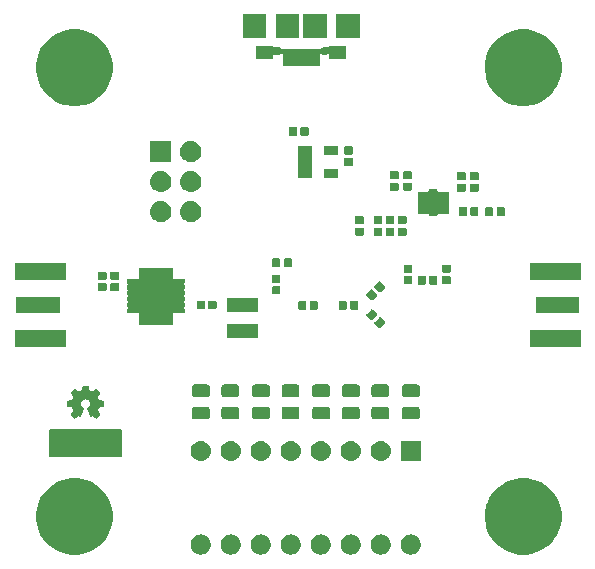
<source format=gts>
G04 #@! TF.GenerationSoftware,KiCad,Pcbnew,(5.0.2)-1*
G04 #@! TF.CreationDate,2019-01-06T11:55:21+11:00*
G04 #@! TF.ProjectId,Gain_Block_Dev_Rev_0,4761696e-5f42-46c6-9f63-6b5f4465765f,rev?*
G04 #@! TF.SameCoordinates,Original*
G04 #@! TF.FileFunction,Soldermask,Top*
G04 #@! TF.FilePolarity,Negative*
%FSLAX46Y46*%
G04 Gerber Fmt 4.6, Leading zero omitted, Abs format (unit mm)*
G04 Created by KiCad (PCBNEW (5.0.2)-1) date 6/01/2019 11:55:21*
%MOMM*%
%LPD*%
G01*
G04 APERTURE LIST*
%ADD10C,0.150000*%
%ADD11C,0.010000*%
%ADD12C,0.100000*%
G04 APERTURE END LIST*
D10*
G04 #@! TO.C,REF\002A\002A*
G36*
X107950000Y-105650000D02*
X113950000Y-105650000D01*
X113950000Y-107900000D01*
X107950000Y-107900000D01*
X107950000Y-105650000D01*
G37*
X107950000Y-105650000D02*
X113950000Y-105650000D01*
X113950000Y-107900000D01*
X107950000Y-107900000D01*
X107950000Y-105650000D01*
D11*
G04 #@! TO.C,G\002A\002A\002A*
G36*
X110946025Y-101913358D02*
X110987086Y-101913668D01*
X111023939Y-101914144D01*
X111055448Y-101914763D01*
X111080478Y-101915502D01*
X111097893Y-101916337D01*
X111106557Y-101917244D01*
X111107210Y-101917471D01*
X111109787Y-101923471D01*
X111113922Y-101938787D01*
X111119466Y-101962721D01*
X111126268Y-101994573D01*
X111134179Y-102033644D01*
X111143047Y-102079237D01*
X111150901Y-102120850D01*
X111159151Y-102164601D01*
X111167001Y-102205265D01*
X111174225Y-102241748D01*
X111180599Y-102272957D01*
X111185898Y-102297798D01*
X111189897Y-102315177D01*
X111192372Y-102324000D01*
X111192802Y-102324834D01*
X111199048Y-102328371D01*
X111213151Y-102334916D01*
X111233676Y-102343889D01*
X111259190Y-102354710D01*
X111288258Y-102366800D01*
X111319446Y-102379578D01*
X111351320Y-102392466D01*
X111382447Y-102404882D01*
X111411392Y-102416248D01*
X111436721Y-102425983D01*
X111456999Y-102433508D01*
X111470794Y-102438242D01*
X111476671Y-102439607D01*
X111476678Y-102439605D01*
X111481988Y-102436333D01*
X111494724Y-102427928D01*
X111513948Y-102415025D01*
X111538724Y-102398257D01*
X111568114Y-102378260D01*
X111601180Y-102355669D01*
X111636986Y-102331119D01*
X111645656Y-102325162D01*
X111682085Y-102300277D01*
X111716148Y-102277306D01*
X111746886Y-102256874D01*
X111773339Y-102239606D01*
X111794549Y-102226126D01*
X111809556Y-102217059D01*
X111817401Y-102213028D01*
X111818086Y-102212879D01*
X111823807Y-102216391D01*
X111835602Y-102226292D01*
X111852520Y-102241632D01*
X111873609Y-102261458D01*
X111897919Y-102284820D01*
X111924500Y-102310767D01*
X111952400Y-102338347D01*
X111980669Y-102366609D01*
X112008355Y-102394603D01*
X112034508Y-102421376D01*
X112058178Y-102445978D01*
X112078412Y-102467458D01*
X112094261Y-102484864D01*
X112104774Y-102497246D01*
X112108999Y-102503651D01*
X112109040Y-102503938D01*
X112106243Y-102510058D01*
X112098279Y-102523530D01*
X112085789Y-102543372D01*
X112069410Y-102568598D01*
X112049783Y-102598226D01*
X112027547Y-102631269D01*
X112003341Y-102666745D01*
X112001788Y-102669005D01*
X111977294Y-102704726D01*
X111954499Y-102738139D01*
X111934080Y-102768244D01*
X111916708Y-102794038D01*
X111903060Y-102814521D01*
X111893807Y-102828692D01*
X111889626Y-102835550D01*
X111889568Y-102835670D01*
X111888784Y-102840391D01*
X111889912Y-102848231D01*
X111893299Y-102860143D01*
X111899292Y-102877084D01*
X111908241Y-102900007D01*
X111920491Y-102929867D01*
X111936390Y-102967619D01*
X111944749Y-102987252D01*
X111961018Y-103024852D01*
X111976011Y-103058510D01*
X111989231Y-103087168D01*
X112000175Y-103109772D01*
X112008346Y-103125265D01*
X112013243Y-103132592D01*
X112013710Y-103132948D01*
X112020560Y-103134928D01*
X112036248Y-103138502D01*
X112059616Y-103143434D01*
X112089508Y-103149491D01*
X112124767Y-103156439D01*
X112164236Y-103164044D01*
X112206757Y-103172071D01*
X112211409Y-103172940D01*
X112260146Y-103182180D01*
X112303053Y-103190621D01*
X112339390Y-103198102D01*
X112368418Y-103204463D01*
X112389397Y-103209544D01*
X112401585Y-103213184D01*
X112404451Y-103214714D01*
X112405372Y-103221096D01*
X112406225Y-103236503D01*
X112406989Y-103259798D01*
X112407638Y-103289847D01*
X112408151Y-103325514D01*
X112408503Y-103365663D01*
X112408671Y-103409159D01*
X112408682Y-103420027D01*
X112408649Y-103471548D01*
X112408486Y-103513801D01*
X112408162Y-103547680D01*
X112407647Y-103574077D01*
X112406908Y-103593884D01*
X112405916Y-103607996D01*
X112404639Y-103617303D01*
X112403046Y-103622699D01*
X112401595Y-103624741D01*
X112395095Y-103626999D01*
X112379763Y-103630799D01*
X112356765Y-103635898D01*
X112327271Y-103642050D01*
X112292450Y-103649013D01*
X112253470Y-103656543D01*
X112212365Y-103664236D01*
X112166210Y-103672897D01*
X112124798Y-103680981D01*
X112089062Y-103688286D01*
X112059937Y-103694611D01*
X112038354Y-103699758D01*
X112025249Y-103703525D01*
X112021726Y-103705133D01*
X112017704Y-103711585D01*
X112010714Y-103725987D01*
X112001314Y-103746948D01*
X111990063Y-103773082D01*
X111977519Y-103803000D01*
X111964240Y-103835313D01*
X111950785Y-103868634D01*
X111937712Y-103901575D01*
X111925580Y-103932747D01*
X111914946Y-103960763D01*
X111906369Y-103984233D01*
X111900408Y-104001771D01*
X111897620Y-104011987D01*
X111897556Y-104013842D01*
X111900901Y-104019358D01*
X111909348Y-104032262D01*
X111922236Y-104051573D01*
X111938906Y-104076312D01*
X111958697Y-104105498D01*
X111980948Y-104138151D01*
X112004512Y-104172582D01*
X112028487Y-104207797D01*
X112050526Y-104240662D01*
X112069982Y-104270174D01*
X112086209Y-104295331D01*
X112098558Y-104315130D01*
X112106383Y-104328568D01*
X112109040Y-104334588D01*
X112105537Y-104340258D01*
X112095662Y-104352017D01*
X112080363Y-104368914D01*
X112060590Y-104389997D01*
X112037290Y-104414314D01*
X112011414Y-104440912D01*
X111983908Y-104468838D01*
X111955723Y-104497142D01*
X111927807Y-104524870D01*
X111901109Y-104551071D01*
X111876578Y-104574792D01*
X111855162Y-104595081D01*
X111837810Y-104610985D01*
X111825471Y-104621554D01*
X111819094Y-104625834D01*
X111818792Y-104625880D01*
X111812917Y-104623089D01*
X111799690Y-104615148D01*
X111780102Y-104602705D01*
X111755147Y-104586406D01*
X111725814Y-104566900D01*
X111693098Y-104544834D01*
X111659274Y-104521740D01*
X111624192Y-104497807D01*
X111591493Y-104475813D01*
X111562179Y-104456405D01*
X111537247Y-104440232D01*
X111517696Y-104427942D01*
X111504527Y-104420183D01*
X111498812Y-104417600D01*
X111491386Y-104419920D01*
X111476894Y-104426305D01*
X111457157Y-104435890D01*
X111433991Y-104447810D01*
X111423350Y-104453481D01*
X111397800Y-104466747D01*
X111375514Y-104477375D01*
X111358172Y-104484622D01*
X111347456Y-104487744D01*
X111345823Y-104487771D01*
X111343235Y-104486377D01*
X111339874Y-104482452D01*
X111335467Y-104475381D01*
X111329738Y-104464547D01*
X111322414Y-104449334D01*
X111313220Y-104429125D01*
X111301884Y-104403305D01*
X111288129Y-104371257D01*
X111271684Y-104332365D01*
X111252272Y-104286012D01*
X111229620Y-104231582D01*
X111203454Y-104168459D01*
X111198860Y-104157359D01*
X111176257Y-104102528D01*
X111154911Y-104050342D01*
X111135128Y-104001575D01*
X111117213Y-103956998D01*
X111101473Y-103917386D01*
X111088212Y-103883510D01*
X111077736Y-103856143D01*
X111070352Y-103836060D01*
X111066364Y-103824031D01*
X111065760Y-103820809D01*
X111070949Y-103814897D01*
X111082723Y-103804827D01*
X111099234Y-103792102D01*
X111115173Y-103780629D01*
X111157327Y-103749570D01*
X111191753Y-103720231D01*
X111220203Y-103690682D01*
X111244432Y-103658997D01*
X111266194Y-103623247D01*
X111276863Y-103602918D01*
X111300756Y-103544488D01*
X111315076Y-103484158D01*
X111319979Y-103422953D01*
X111315623Y-103361898D01*
X111302163Y-103302019D01*
X111279756Y-103244342D01*
X111248559Y-103189891D01*
X111208727Y-103139692D01*
X111205664Y-103136411D01*
X111158017Y-103092833D01*
X111104808Y-103057422D01*
X111045354Y-103029755D01*
X111016660Y-103019807D01*
X110999933Y-103014974D01*
X110984165Y-103011632D01*
X110966854Y-103009519D01*
X110945497Y-103008373D01*
X110917593Y-103007935D01*
X110902540Y-103007900D01*
X110870915Y-103008110D01*
X110846936Y-103008916D01*
X110828093Y-103010578D01*
X110811877Y-103013357D01*
X110795778Y-103017516D01*
X110788240Y-103019802D01*
X110726246Y-103044205D01*
X110669961Y-103076690D01*
X110619969Y-103116763D01*
X110576854Y-103163933D01*
X110541201Y-103217707D01*
X110531329Y-103236500D01*
X110510756Y-103283357D01*
X110497234Y-103327726D01*
X110489860Y-103373443D01*
X110487727Y-103421920D01*
X110492586Y-103486989D01*
X110506992Y-103549065D01*
X110530688Y-103607510D01*
X110563416Y-103661687D01*
X110603955Y-103709975D01*
X110622140Y-103726971D01*
X110645762Y-103746791D01*
X110671748Y-103767052D01*
X110697023Y-103785368D01*
X110718514Y-103799354D01*
X110721139Y-103800883D01*
X110732832Y-103809785D01*
X110739872Y-103819264D01*
X110740325Y-103820648D01*
X110738872Y-103827322D01*
X110733641Y-103842833D01*
X110724832Y-103866671D01*
X110712647Y-103898326D01*
X110697287Y-103937287D01*
X110678953Y-103983043D01*
X110657846Y-104035085D01*
X110634166Y-104092901D01*
X110610728Y-104149679D01*
X110588300Y-104203781D01*
X110566914Y-104255286D01*
X110546903Y-104303399D01*
X110528599Y-104347325D01*
X110512334Y-104386268D01*
X110498442Y-104419433D01*
X110487253Y-104446026D01*
X110479102Y-104465249D01*
X110474319Y-104476309D01*
X110473253Y-104478609D01*
X110465020Y-104486716D01*
X110458211Y-104488720D01*
X110450498Y-104486394D01*
X110435745Y-104479995D01*
X110415790Y-104470387D01*
X110392470Y-104458437D01*
X110381642Y-104452672D01*
X110351834Y-104437192D01*
X110328316Y-104426189D01*
X110311875Y-104420007D01*
X110303822Y-104418837D01*
X110296680Y-104422269D01*
X110282538Y-104430700D01*
X110262709Y-104443286D01*
X110238506Y-104459184D01*
X110211241Y-104477551D01*
X110193880Y-104489461D01*
X110146962Y-104521822D01*
X110107682Y-104548815D01*
X110075352Y-104570892D01*
X110049281Y-104588506D01*
X110028781Y-104602109D01*
X110013163Y-104612155D01*
X110001739Y-104619097D01*
X109993819Y-104623388D01*
X109988714Y-104625480D01*
X109986387Y-104625880D01*
X109981121Y-104622399D01*
X109969535Y-104612478D01*
X109952460Y-104596897D01*
X109930721Y-104576437D01*
X109905148Y-104551880D01*
X109876568Y-104524006D01*
X109845809Y-104493597D01*
X109839731Y-104487541D01*
X109808736Y-104456470D01*
X109780010Y-104427382D01*
X109754357Y-104401112D01*
X109732577Y-104378494D01*
X109715473Y-104360363D01*
X109703847Y-104347552D01*
X109698501Y-104340896D01*
X109698266Y-104340413D01*
X109697367Y-104337436D01*
X109697052Y-104334393D01*
X109697835Y-104330460D01*
X109700226Y-104324812D01*
X109704737Y-104316624D01*
X109711879Y-104305072D01*
X109722165Y-104289330D01*
X109736105Y-104268575D01*
X109754212Y-104241980D01*
X109776996Y-104208721D01*
X109804969Y-104167973D01*
X109807515Y-104164266D01*
X109831161Y-104129625D01*
X109852865Y-104097438D01*
X109871973Y-104068706D01*
X109887831Y-104044428D01*
X109899785Y-104025605D01*
X109907181Y-104013237D01*
X109909400Y-104008469D01*
X109907571Y-104002070D01*
X109902390Y-103987455D01*
X109894314Y-103965826D01*
X109883802Y-103938385D01*
X109871312Y-103906333D01*
X109857300Y-103870874D01*
X109850294Y-103853307D01*
X109832557Y-103809314D01*
X109818005Y-103774051D01*
X109806276Y-103746727D01*
X109797006Y-103726551D01*
X109789833Y-103712734D01*
X109784394Y-103704485D01*
X109780444Y-103701059D01*
X109773085Y-103699121D01*
X109756936Y-103695609D01*
X109733202Y-103690762D01*
X109703091Y-103684819D01*
X109667809Y-103678018D01*
X109628562Y-103670597D01*
X109589921Y-103663414D01*
X109548281Y-103655616D01*
X109509669Y-103648154D01*
X109475261Y-103641273D01*
X109446230Y-103635217D01*
X109423751Y-103630232D01*
X109408998Y-103626560D01*
X109403231Y-103624531D01*
X109401433Y-103621360D01*
X109399961Y-103614541D01*
X109398785Y-103603211D01*
X109397877Y-103586509D01*
X109397207Y-103563571D01*
X109396746Y-103533536D01*
X109396465Y-103495541D01*
X109396336Y-103448724D01*
X109396320Y-103418875D01*
X109396320Y-103218954D01*
X109407750Y-103211902D01*
X109415237Y-103209400D01*
X109431536Y-103205372D01*
X109455455Y-103200066D01*
X109485802Y-103193732D01*
X109521384Y-103186617D01*
X109561009Y-103178971D01*
X109603486Y-103171042D01*
X109604600Y-103170838D01*
X109646876Y-103162950D01*
X109686108Y-103155374D01*
X109721145Y-103148352D01*
X109750836Y-103142126D01*
X109774030Y-103136937D01*
X109789576Y-103133026D01*
X109796323Y-103130637D01*
X109796405Y-103130566D01*
X109800090Y-103124301D01*
X109807022Y-103110106D01*
X109816577Y-103089428D01*
X109828134Y-103063713D01*
X109841070Y-103034406D01*
X109854763Y-103002954D01*
X109868591Y-102970802D01*
X109881931Y-102939397D01*
X109894161Y-102910185D01*
X109904659Y-102884611D01*
X109912803Y-102864123D01*
X109917969Y-102850165D01*
X109919560Y-102844394D01*
X109916767Y-102838575D01*
X109908811Y-102825372D01*
X109896319Y-102805749D01*
X109879924Y-102780667D01*
X109860254Y-102751089D01*
X109837939Y-102717976D01*
X109813611Y-102682293D01*
X109809742Y-102676655D01*
X109785048Y-102640538D01*
X109762155Y-102606750D01*
X109741713Y-102576274D01*
X109724371Y-102550088D01*
X109710778Y-102529175D01*
X109701583Y-102514516D01*
X109697434Y-102507090D01*
X109697293Y-102506684D01*
X109698054Y-102502579D01*
X109702214Y-102495668D01*
X109710317Y-102485355D01*
X109722905Y-102471048D01*
X109740521Y-102452154D01*
X109763708Y-102428078D01*
X109793008Y-102398226D01*
X109828964Y-102362005D01*
X109836199Y-102354749D01*
X109872218Y-102318889D01*
X109904356Y-102287378D01*
X109932068Y-102260731D01*
X109954806Y-102239461D01*
X109972023Y-102224081D01*
X109983174Y-102215105D01*
X109987325Y-102212880D01*
X109993560Y-102215672D01*
X110007156Y-102223627D01*
X110027133Y-102236110D01*
X110052508Y-102252487D01*
X110082300Y-102272122D01*
X110115526Y-102294382D01*
X110151205Y-102318631D01*
X110155086Y-102321289D01*
X110191100Y-102345928D01*
X110224822Y-102368914D01*
X110255253Y-102389573D01*
X110281395Y-102407230D01*
X110302248Y-102421211D01*
X110316815Y-102430841D01*
X110324096Y-102435446D01*
X110324352Y-102435587D01*
X110328805Y-102436941D01*
X110335339Y-102436744D01*
X110345059Y-102434631D01*
X110359068Y-102430234D01*
X110378471Y-102423187D01*
X110404373Y-102413124D01*
X110437877Y-102399677D01*
X110461512Y-102390068D01*
X110503366Y-102372981D01*
X110536788Y-102359243D01*
X110562760Y-102348382D01*
X110582264Y-102339926D01*
X110596281Y-102333403D01*
X110605795Y-102328340D01*
X110611786Y-102324266D01*
X110615236Y-102320708D01*
X110617128Y-102317193D01*
X110617945Y-102314840D01*
X110619560Y-102307736D01*
X110622793Y-102291805D01*
X110627420Y-102268215D01*
X110633216Y-102238129D01*
X110639958Y-102202714D01*
X110647420Y-102163135D01*
X110655378Y-102120558D01*
X110656195Y-102116168D01*
X110664252Y-102073481D01*
X110671968Y-102033799D01*
X110679104Y-101998266D01*
X110685420Y-101968028D01*
X110690676Y-101944228D01*
X110694633Y-101928012D01*
X110697050Y-101920524D01*
X110697212Y-101920283D01*
X110700242Y-101918437D01*
X110706563Y-101916928D01*
X110717063Y-101915727D01*
X110732633Y-101914801D01*
X110754159Y-101914121D01*
X110782532Y-101913657D01*
X110818639Y-101913376D01*
X110863370Y-101913250D01*
X110901892Y-101913237D01*
X110946025Y-101913358D01*
X110946025Y-101913358D01*
G37*
X110946025Y-101913358D02*
X110987086Y-101913668D01*
X111023939Y-101914144D01*
X111055448Y-101914763D01*
X111080478Y-101915502D01*
X111097893Y-101916337D01*
X111106557Y-101917244D01*
X111107210Y-101917471D01*
X111109787Y-101923471D01*
X111113922Y-101938787D01*
X111119466Y-101962721D01*
X111126268Y-101994573D01*
X111134179Y-102033644D01*
X111143047Y-102079237D01*
X111150901Y-102120850D01*
X111159151Y-102164601D01*
X111167001Y-102205265D01*
X111174225Y-102241748D01*
X111180599Y-102272957D01*
X111185898Y-102297798D01*
X111189897Y-102315177D01*
X111192372Y-102324000D01*
X111192802Y-102324834D01*
X111199048Y-102328371D01*
X111213151Y-102334916D01*
X111233676Y-102343889D01*
X111259190Y-102354710D01*
X111288258Y-102366800D01*
X111319446Y-102379578D01*
X111351320Y-102392466D01*
X111382447Y-102404882D01*
X111411392Y-102416248D01*
X111436721Y-102425983D01*
X111456999Y-102433508D01*
X111470794Y-102438242D01*
X111476671Y-102439607D01*
X111476678Y-102439605D01*
X111481988Y-102436333D01*
X111494724Y-102427928D01*
X111513948Y-102415025D01*
X111538724Y-102398257D01*
X111568114Y-102378260D01*
X111601180Y-102355669D01*
X111636986Y-102331119D01*
X111645656Y-102325162D01*
X111682085Y-102300277D01*
X111716148Y-102277306D01*
X111746886Y-102256874D01*
X111773339Y-102239606D01*
X111794549Y-102226126D01*
X111809556Y-102217059D01*
X111817401Y-102213028D01*
X111818086Y-102212879D01*
X111823807Y-102216391D01*
X111835602Y-102226292D01*
X111852520Y-102241632D01*
X111873609Y-102261458D01*
X111897919Y-102284820D01*
X111924500Y-102310767D01*
X111952400Y-102338347D01*
X111980669Y-102366609D01*
X112008355Y-102394603D01*
X112034508Y-102421376D01*
X112058178Y-102445978D01*
X112078412Y-102467458D01*
X112094261Y-102484864D01*
X112104774Y-102497246D01*
X112108999Y-102503651D01*
X112109040Y-102503938D01*
X112106243Y-102510058D01*
X112098279Y-102523530D01*
X112085789Y-102543372D01*
X112069410Y-102568598D01*
X112049783Y-102598226D01*
X112027547Y-102631269D01*
X112003341Y-102666745D01*
X112001788Y-102669005D01*
X111977294Y-102704726D01*
X111954499Y-102738139D01*
X111934080Y-102768244D01*
X111916708Y-102794038D01*
X111903060Y-102814521D01*
X111893807Y-102828692D01*
X111889626Y-102835550D01*
X111889568Y-102835670D01*
X111888784Y-102840391D01*
X111889912Y-102848231D01*
X111893299Y-102860143D01*
X111899292Y-102877084D01*
X111908241Y-102900007D01*
X111920491Y-102929867D01*
X111936390Y-102967619D01*
X111944749Y-102987252D01*
X111961018Y-103024852D01*
X111976011Y-103058510D01*
X111989231Y-103087168D01*
X112000175Y-103109772D01*
X112008346Y-103125265D01*
X112013243Y-103132592D01*
X112013710Y-103132948D01*
X112020560Y-103134928D01*
X112036248Y-103138502D01*
X112059616Y-103143434D01*
X112089508Y-103149491D01*
X112124767Y-103156439D01*
X112164236Y-103164044D01*
X112206757Y-103172071D01*
X112211409Y-103172940D01*
X112260146Y-103182180D01*
X112303053Y-103190621D01*
X112339390Y-103198102D01*
X112368418Y-103204463D01*
X112389397Y-103209544D01*
X112401585Y-103213184D01*
X112404451Y-103214714D01*
X112405372Y-103221096D01*
X112406225Y-103236503D01*
X112406989Y-103259798D01*
X112407638Y-103289847D01*
X112408151Y-103325514D01*
X112408503Y-103365663D01*
X112408671Y-103409159D01*
X112408682Y-103420027D01*
X112408649Y-103471548D01*
X112408486Y-103513801D01*
X112408162Y-103547680D01*
X112407647Y-103574077D01*
X112406908Y-103593884D01*
X112405916Y-103607996D01*
X112404639Y-103617303D01*
X112403046Y-103622699D01*
X112401595Y-103624741D01*
X112395095Y-103626999D01*
X112379763Y-103630799D01*
X112356765Y-103635898D01*
X112327271Y-103642050D01*
X112292450Y-103649013D01*
X112253470Y-103656543D01*
X112212365Y-103664236D01*
X112166210Y-103672897D01*
X112124798Y-103680981D01*
X112089062Y-103688286D01*
X112059937Y-103694611D01*
X112038354Y-103699758D01*
X112025249Y-103703525D01*
X112021726Y-103705133D01*
X112017704Y-103711585D01*
X112010714Y-103725987D01*
X112001314Y-103746948D01*
X111990063Y-103773082D01*
X111977519Y-103803000D01*
X111964240Y-103835313D01*
X111950785Y-103868634D01*
X111937712Y-103901575D01*
X111925580Y-103932747D01*
X111914946Y-103960763D01*
X111906369Y-103984233D01*
X111900408Y-104001771D01*
X111897620Y-104011987D01*
X111897556Y-104013842D01*
X111900901Y-104019358D01*
X111909348Y-104032262D01*
X111922236Y-104051573D01*
X111938906Y-104076312D01*
X111958697Y-104105498D01*
X111980948Y-104138151D01*
X112004512Y-104172582D01*
X112028487Y-104207797D01*
X112050526Y-104240662D01*
X112069982Y-104270174D01*
X112086209Y-104295331D01*
X112098558Y-104315130D01*
X112106383Y-104328568D01*
X112109040Y-104334588D01*
X112105537Y-104340258D01*
X112095662Y-104352017D01*
X112080363Y-104368914D01*
X112060590Y-104389997D01*
X112037290Y-104414314D01*
X112011414Y-104440912D01*
X111983908Y-104468838D01*
X111955723Y-104497142D01*
X111927807Y-104524870D01*
X111901109Y-104551071D01*
X111876578Y-104574792D01*
X111855162Y-104595081D01*
X111837810Y-104610985D01*
X111825471Y-104621554D01*
X111819094Y-104625834D01*
X111818792Y-104625880D01*
X111812917Y-104623089D01*
X111799690Y-104615148D01*
X111780102Y-104602705D01*
X111755147Y-104586406D01*
X111725814Y-104566900D01*
X111693098Y-104544834D01*
X111659274Y-104521740D01*
X111624192Y-104497807D01*
X111591493Y-104475813D01*
X111562179Y-104456405D01*
X111537247Y-104440232D01*
X111517696Y-104427942D01*
X111504527Y-104420183D01*
X111498812Y-104417600D01*
X111491386Y-104419920D01*
X111476894Y-104426305D01*
X111457157Y-104435890D01*
X111433991Y-104447810D01*
X111423350Y-104453481D01*
X111397800Y-104466747D01*
X111375514Y-104477375D01*
X111358172Y-104484622D01*
X111347456Y-104487744D01*
X111345823Y-104487771D01*
X111343235Y-104486377D01*
X111339874Y-104482452D01*
X111335467Y-104475381D01*
X111329738Y-104464547D01*
X111322414Y-104449334D01*
X111313220Y-104429125D01*
X111301884Y-104403305D01*
X111288129Y-104371257D01*
X111271684Y-104332365D01*
X111252272Y-104286012D01*
X111229620Y-104231582D01*
X111203454Y-104168459D01*
X111198860Y-104157359D01*
X111176257Y-104102528D01*
X111154911Y-104050342D01*
X111135128Y-104001575D01*
X111117213Y-103956998D01*
X111101473Y-103917386D01*
X111088212Y-103883510D01*
X111077736Y-103856143D01*
X111070352Y-103836060D01*
X111066364Y-103824031D01*
X111065760Y-103820809D01*
X111070949Y-103814897D01*
X111082723Y-103804827D01*
X111099234Y-103792102D01*
X111115173Y-103780629D01*
X111157327Y-103749570D01*
X111191753Y-103720231D01*
X111220203Y-103690682D01*
X111244432Y-103658997D01*
X111266194Y-103623247D01*
X111276863Y-103602918D01*
X111300756Y-103544488D01*
X111315076Y-103484158D01*
X111319979Y-103422953D01*
X111315623Y-103361898D01*
X111302163Y-103302019D01*
X111279756Y-103244342D01*
X111248559Y-103189891D01*
X111208727Y-103139692D01*
X111205664Y-103136411D01*
X111158017Y-103092833D01*
X111104808Y-103057422D01*
X111045354Y-103029755D01*
X111016660Y-103019807D01*
X110999933Y-103014974D01*
X110984165Y-103011632D01*
X110966854Y-103009519D01*
X110945497Y-103008373D01*
X110917593Y-103007935D01*
X110902540Y-103007900D01*
X110870915Y-103008110D01*
X110846936Y-103008916D01*
X110828093Y-103010578D01*
X110811877Y-103013357D01*
X110795778Y-103017516D01*
X110788240Y-103019802D01*
X110726246Y-103044205D01*
X110669961Y-103076690D01*
X110619969Y-103116763D01*
X110576854Y-103163933D01*
X110541201Y-103217707D01*
X110531329Y-103236500D01*
X110510756Y-103283357D01*
X110497234Y-103327726D01*
X110489860Y-103373443D01*
X110487727Y-103421920D01*
X110492586Y-103486989D01*
X110506992Y-103549065D01*
X110530688Y-103607510D01*
X110563416Y-103661687D01*
X110603955Y-103709975D01*
X110622140Y-103726971D01*
X110645762Y-103746791D01*
X110671748Y-103767052D01*
X110697023Y-103785368D01*
X110718514Y-103799354D01*
X110721139Y-103800883D01*
X110732832Y-103809785D01*
X110739872Y-103819264D01*
X110740325Y-103820648D01*
X110738872Y-103827322D01*
X110733641Y-103842833D01*
X110724832Y-103866671D01*
X110712647Y-103898326D01*
X110697287Y-103937287D01*
X110678953Y-103983043D01*
X110657846Y-104035085D01*
X110634166Y-104092901D01*
X110610728Y-104149679D01*
X110588300Y-104203781D01*
X110566914Y-104255286D01*
X110546903Y-104303399D01*
X110528599Y-104347325D01*
X110512334Y-104386268D01*
X110498442Y-104419433D01*
X110487253Y-104446026D01*
X110479102Y-104465249D01*
X110474319Y-104476309D01*
X110473253Y-104478609D01*
X110465020Y-104486716D01*
X110458211Y-104488720D01*
X110450498Y-104486394D01*
X110435745Y-104479995D01*
X110415790Y-104470387D01*
X110392470Y-104458437D01*
X110381642Y-104452672D01*
X110351834Y-104437192D01*
X110328316Y-104426189D01*
X110311875Y-104420007D01*
X110303822Y-104418837D01*
X110296680Y-104422269D01*
X110282538Y-104430700D01*
X110262709Y-104443286D01*
X110238506Y-104459184D01*
X110211241Y-104477551D01*
X110193880Y-104489461D01*
X110146962Y-104521822D01*
X110107682Y-104548815D01*
X110075352Y-104570892D01*
X110049281Y-104588506D01*
X110028781Y-104602109D01*
X110013163Y-104612155D01*
X110001739Y-104619097D01*
X109993819Y-104623388D01*
X109988714Y-104625480D01*
X109986387Y-104625880D01*
X109981121Y-104622399D01*
X109969535Y-104612478D01*
X109952460Y-104596897D01*
X109930721Y-104576437D01*
X109905148Y-104551880D01*
X109876568Y-104524006D01*
X109845809Y-104493597D01*
X109839731Y-104487541D01*
X109808736Y-104456470D01*
X109780010Y-104427382D01*
X109754357Y-104401112D01*
X109732577Y-104378494D01*
X109715473Y-104360363D01*
X109703847Y-104347552D01*
X109698501Y-104340896D01*
X109698266Y-104340413D01*
X109697367Y-104337436D01*
X109697052Y-104334393D01*
X109697835Y-104330460D01*
X109700226Y-104324812D01*
X109704737Y-104316624D01*
X109711879Y-104305072D01*
X109722165Y-104289330D01*
X109736105Y-104268575D01*
X109754212Y-104241980D01*
X109776996Y-104208721D01*
X109804969Y-104167973D01*
X109807515Y-104164266D01*
X109831161Y-104129625D01*
X109852865Y-104097438D01*
X109871973Y-104068706D01*
X109887831Y-104044428D01*
X109899785Y-104025605D01*
X109907181Y-104013237D01*
X109909400Y-104008469D01*
X109907571Y-104002070D01*
X109902390Y-103987455D01*
X109894314Y-103965826D01*
X109883802Y-103938385D01*
X109871312Y-103906333D01*
X109857300Y-103870874D01*
X109850294Y-103853307D01*
X109832557Y-103809314D01*
X109818005Y-103774051D01*
X109806276Y-103746727D01*
X109797006Y-103726551D01*
X109789833Y-103712734D01*
X109784394Y-103704485D01*
X109780444Y-103701059D01*
X109773085Y-103699121D01*
X109756936Y-103695609D01*
X109733202Y-103690762D01*
X109703091Y-103684819D01*
X109667809Y-103678018D01*
X109628562Y-103670597D01*
X109589921Y-103663414D01*
X109548281Y-103655616D01*
X109509669Y-103648154D01*
X109475261Y-103641273D01*
X109446230Y-103635217D01*
X109423751Y-103630232D01*
X109408998Y-103626560D01*
X109403231Y-103624531D01*
X109401433Y-103621360D01*
X109399961Y-103614541D01*
X109398785Y-103603211D01*
X109397877Y-103586509D01*
X109397207Y-103563571D01*
X109396746Y-103533536D01*
X109396465Y-103495541D01*
X109396336Y-103448724D01*
X109396320Y-103418875D01*
X109396320Y-103218954D01*
X109407750Y-103211902D01*
X109415237Y-103209400D01*
X109431536Y-103205372D01*
X109455455Y-103200066D01*
X109485802Y-103193732D01*
X109521384Y-103186617D01*
X109561009Y-103178971D01*
X109603486Y-103171042D01*
X109604600Y-103170838D01*
X109646876Y-103162950D01*
X109686108Y-103155374D01*
X109721145Y-103148352D01*
X109750836Y-103142126D01*
X109774030Y-103136937D01*
X109789576Y-103133026D01*
X109796323Y-103130637D01*
X109796405Y-103130566D01*
X109800090Y-103124301D01*
X109807022Y-103110106D01*
X109816577Y-103089428D01*
X109828134Y-103063713D01*
X109841070Y-103034406D01*
X109854763Y-103002954D01*
X109868591Y-102970802D01*
X109881931Y-102939397D01*
X109894161Y-102910185D01*
X109904659Y-102884611D01*
X109912803Y-102864123D01*
X109917969Y-102850165D01*
X109919560Y-102844394D01*
X109916767Y-102838575D01*
X109908811Y-102825372D01*
X109896319Y-102805749D01*
X109879924Y-102780667D01*
X109860254Y-102751089D01*
X109837939Y-102717976D01*
X109813611Y-102682293D01*
X109809742Y-102676655D01*
X109785048Y-102640538D01*
X109762155Y-102606750D01*
X109741713Y-102576274D01*
X109724371Y-102550088D01*
X109710778Y-102529175D01*
X109701583Y-102514516D01*
X109697434Y-102507090D01*
X109697293Y-102506684D01*
X109698054Y-102502579D01*
X109702214Y-102495668D01*
X109710317Y-102485355D01*
X109722905Y-102471048D01*
X109740521Y-102452154D01*
X109763708Y-102428078D01*
X109793008Y-102398226D01*
X109828964Y-102362005D01*
X109836199Y-102354749D01*
X109872218Y-102318889D01*
X109904356Y-102287378D01*
X109932068Y-102260731D01*
X109954806Y-102239461D01*
X109972023Y-102224081D01*
X109983174Y-102215105D01*
X109987325Y-102212880D01*
X109993560Y-102215672D01*
X110007156Y-102223627D01*
X110027133Y-102236110D01*
X110052508Y-102252487D01*
X110082300Y-102272122D01*
X110115526Y-102294382D01*
X110151205Y-102318631D01*
X110155086Y-102321289D01*
X110191100Y-102345928D01*
X110224822Y-102368914D01*
X110255253Y-102389573D01*
X110281395Y-102407230D01*
X110302248Y-102421211D01*
X110316815Y-102430841D01*
X110324096Y-102435446D01*
X110324352Y-102435587D01*
X110328805Y-102436941D01*
X110335339Y-102436744D01*
X110345059Y-102434631D01*
X110359068Y-102430234D01*
X110378471Y-102423187D01*
X110404373Y-102413124D01*
X110437877Y-102399677D01*
X110461512Y-102390068D01*
X110503366Y-102372981D01*
X110536788Y-102359243D01*
X110562760Y-102348382D01*
X110582264Y-102339926D01*
X110596281Y-102333403D01*
X110605795Y-102328340D01*
X110611786Y-102324266D01*
X110615236Y-102320708D01*
X110617128Y-102317193D01*
X110617945Y-102314840D01*
X110619560Y-102307736D01*
X110622793Y-102291805D01*
X110627420Y-102268215D01*
X110633216Y-102238129D01*
X110639958Y-102202714D01*
X110647420Y-102163135D01*
X110655378Y-102120558D01*
X110656195Y-102116168D01*
X110664252Y-102073481D01*
X110671968Y-102033799D01*
X110679104Y-101998266D01*
X110685420Y-101968028D01*
X110690676Y-101944228D01*
X110694633Y-101928012D01*
X110697050Y-101920524D01*
X110697212Y-101920283D01*
X110700242Y-101918437D01*
X110706563Y-101916928D01*
X110717063Y-101915727D01*
X110732633Y-101914801D01*
X110754159Y-101914121D01*
X110782532Y-101913657D01*
X110818639Y-101913376D01*
X110863370Y-101913250D01*
X110901892Y-101913237D01*
X110946025Y-101913358D01*
D12*
G36*
X148634239Y-109811467D02*
X148948282Y-109873934D01*
X149539926Y-110119001D01*
X149829523Y-110312504D01*
X150072395Y-110474786D01*
X150525214Y-110927605D01*
X150525216Y-110927608D01*
X150880999Y-111460074D01*
X151002724Y-111753944D01*
X151126066Y-112051719D01*
X151251000Y-112679803D01*
X151251000Y-113320197D01*
X151188533Y-113634239D01*
X151126066Y-113948282D01*
X150880999Y-114539926D01*
X150640457Y-114899922D01*
X150525214Y-115072395D01*
X150072395Y-115525214D01*
X150072392Y-115525216D01*
X149539926Y-115880999D01*
X148948282Y-116126066D01*
X148634239Y-116188533D01*
X148320197Y-116251000D01*
X147679803Y-116251000D01*
X147365761Y-116188533D01*
X147051718Y-116126066D01*
X146460074Y-115880999D01*
X145927608Y-115525216D01*
X145927605Y-115525214D01*
X145474786Y-115072395D01*
X145359543Y-114899922D01*
X145119001Y-114539926D01*
X144873934Y-113948282D01*
X144811467Y-113634239D01*
X144749000Y-113320197D01*
X144749000Y-112679803D01*
X144873934Y-112051719D01*
X144997276Y-111753944D01*
X145119001Y-111460074D01*
X145474784Y-110927608D01*
X145474786Y-110927605D01*
X145927605Y-110474786D01*
X146170477Y-110312504D01*
X146460074Y-110119001D01*
X147051718Y-109873934D01*
X147365761Y-109811467D01*
X147679803Y-109749000D01*
X148320197Y-109749000D01*
X148634239Y-109811467D01*
X148634239Y-109811467D01*
G37*
G36*
X110634239Y-109811467D02*
X110948282Y-109873934D01*
X111539926Y-110119001D01*
X111829523Y-110312504D01*
X112072395Y-110474786D01*
X112525214Y-110927605D01*
X112525216Y-110927608D01*
X112880999Y-111460074D01*
X113002724Y-111753944D01*
X113126066Y-112051719D01*
X113251000Y-112679803D01*
X113251000Y-113320197D01*
X113188533Y-113634239D01*
X113126066Y-113948282D01*
X112880999Y-114539926D01*
X112640457Y-114899922D01*
X112525214Y-115072395D01*
X112072395Y-115525214D01*
X112072392Y-115525216D01*
X111539926Y-115880999D01*
X110948282Y-116126066D01*
X110634239Y-116188533D01*
X110320197Y-116251000D01*
X109679803Y-116251000D01*
X109365761Y-116188533D01*
X109051718Y-116126066D01*
X108460074Y-115880999D01*
X107927608Y-115525216D01*
X107927605Y-115525214D01*
X107474786Y-115072395D01*
X107359543Y-114899922D01*
X107119001Y-114539926D01*
X106873934Y-113948282D01*
X106811467Y-113634239D01*
X106749000Y-113320197D01*
X106749000Y-112679803D01*
X106873934Y-112051719D01*
X106997276Y-111753944D01*
X107119001Y-111460074D01*
X107474784Y-110927608D01*
X107474786Y-110927605D01*
X107927605Y-110474786D01*
X108170477Y-110312504D01*
X108460074Y-110119001D01*
X109051718Y-109873934D01*
X109365761Y-109811467D01*
X109679803Y-109749000D01*
X110320197Y-109749000D01*
X110634239Y-109811467D01*
X110634239Y-109811467D01*
G37*
G36*
X131026821Y-114536313D02*
X131026824Y-114536314D01*
X131026825Y-114536314D01*
X131187239Y-114584975D01*
X131187241Y-114584976D01*
X131187244Y-114584977D01*
X131335078Y-114663995D01*
X131464659Y-114770341D01*
X131571005Y-114899922D01*
X131650023Y-115047756D01*
X131650024Y-115047759D01*
X131650025Y-115047761D01*
X131680449Y-115148056D01*
X131698687Y-115208179D01*
X131715117Y-115375000D01*
X131698687Y-115541821D01*
X131698686Y-115541824D01*
X131698686Y-115541825D01*
X131676905Y-115613629D01*
X131650023Y-115702244D01*
X131571005Y-115850078D01*
X131464659Y-115979659D01*
X131335078Y-116086005D01*
X131187244Y-116165023D01*
X131187241Y-116165024D01*
X131187239Y-116165025D01*
X131026825Y-116213686D01*
X131026824Y-116213686D01*
X131026821Y-116213687D01*
X130901804Y-116226000D01*
X130818196Y-116226000D01*
X130693179Y-116213687D01*
X130693176Y-116213686D01*
X130693175Y-116213686D01*
X130532761Y-116165025D01*
X130532759Y-116165024D01*
X130532756Y-116165023D01*
X130384922Y-116086005D01*
X130255341Y-115979659D01*
X130148995Y-115850078D01*
X130069977Y-115702244D01*
X130043096Y-115613629D01*
X130021314Y-115541825D01*
X130021314Y-115541824D01*
X130021313Y-115541821D01*
X130004883Y-115375000D01*
X130021313Y-115208179D01*
X130039551Y-115148056D01*
X130069975Y-115047761D01*
X130069976Y-115047759D01*
X130069977Y-115047756D01*
X130148995Y-114899922D01*
X130255341Y-114770341D01*
X130384922Y-114663995D01*
X130532756Y-114584977D01*
X130532759Y-114584976D01*
X130532761Y-114584975D01*
X130693175Y-114536314D01*
X130693176Y-114536314D01*
X130693179Y-114536313D01*
X130818196Y-114524000D01*
X130901804Y-114524000D01*
X131026821Y-114536313D01*
X131026821Y-114536313D01*
G37*
G36*
X138646821Y-114536313D02*
X138646824Y-114536314D01*
X138646825Y-114536314D01*
X138807239Y-114584975D01*
X138807241Y-114584976D01*
X138807244Y-114584977D01*
X138955078Y-114663995D01*
X139084659Y-114770341D01*
X139191005Y-114899922D01*
X139270023Y-115047756D01*
X139270024Y-115047759D01*
X139270025Y-115047761D01*
X139300449Y-115148056D01*
X139318687Y-115208179D01*
X139335117Y-115375000D01*
X139318687Y-115541821D01*
X139318686Y-115541824D01*
X139318686Y-115541825D01*
X139296905Y-115613629D01*
X139270023Y-115702244D01*
X139191005Y-115850078D01*
X139084659Y-115979659D01*
X138955078Y-116086005D01*
X138807244Y-116165023D01*
X138807241Y-116165024D01*
X138807239Y-116165025D01*
X138646825Y-116213686D01*
X138646824Y-116213686D01*
X138646821Y-116213687D01*
X138521804Y-116226000D01*
X138438196Y-116226000D01*
X138313179Y-116213687D01*
X138313176Y-116213686D01*
X138313175Y-116213686D01*
X138152761Y-116165025D01*
X138152759Y-116165024D01*
X138152756Y-116165023D01*
X138004922Y-116086005D01*
X137875341Y-115979659D01*
X137768995Y-115850078D01*
X137689977Y-115702244D01*
X137663096Y-115613629D01*
X137641314Y-115541825D01*
X137641314Y-115541824D01*
X137641313Y-115541821D01*
X137624883Y-115375000D01*
X137641313Y-115208179D01*
X137659551Y-115148056D01*
X137689975Y-115047761D01*
X137689976Y-115047759D01*
X137689977Y-115047756D01*
X137768995Y-114899922D01*
X137875341Y-114770341D01*
X138004922Y-114663995D01*
X138152756Y-114584977D01*
X138152759Y-114584976D01*
X138152761Y-114584975D01*
X138313175Y-114536314D01*
X138313176Y-114536314D01*
X138313179Y-114536313D01*
X138438196Y-114524000D01*
X138521804Y-114524000D01*
X138646821Y-114536313D01*
X138646821Y-114536313D01*
G37*
G36*
X136106821Y-114536313D02*
X136106824Y-114536314D01*
X136106825Y-114536314D01*
X136267239Y-114584975D01*
X136267241Y-114584976D01*
X136267244Y-114584977D01*
X136415078Y-114663995D01*
X136544659Y-114770341D01*
X136651005Y-114899922D01*
X136730023Y-115047756D01*
X136730024Y-115047759D01*
X136730025Y-115047761D01*
X136760449Y-115148056D01*
X136778687Y-115208179D01*
X136795117Y-115375000D01*
X136778687Y-115541821D01*
X136778686Y-115541824D01*
X136778686Y-115541825D01*
X136756905Y-115613629D01*
X136730023Y-115702244D01*
X136651005Y-115850078D01*
X136544659Y-115979659D01*
X136415078Y-116086005D01*
X136267244Y-116165023D01*
X136267241Y-116165024D01*
X136267239Y-116165025D01*
X136106825Y-116213686D01*
X136106824Y-116213686D01*
X136106821Y-116213687D01*
X135981804Y-116226000D01*
X135898196Y-116226000D01*
X135773179Y-116213687D01*
X135773176Y-116213686D01*
X135773175Y-116213686D01*
X135612761Y-116165025D01*
X135612759Y-116165024D01*
X135612756Y-116165023D01*
X135464922Y-116086005D01*
X135335341Y-115979659D01*
X135228995Y-115850078D01*
X135149977Y-115702244D01*
X135123096Y-115613629D01*
X135101314Y-115541825D01*
X135101314Y-115541824D01*
X135101313Y-115541821D01*
X135084883Y-115375000D01*
X135101313Y-115208179D01*
X135119551Y-115148056D01*
X135149975Y-115047761D01*
X135149976Y-115047759D01*
X135149977Y-115047756D01*
X135228995Y-114899922D01*
X135335341Y-114770341D01*
X135464922Y-114663995D01*
X135612756Y-114584977D01*
X135612759Y-114584976D01*
X135612761Y-114584975D01*
X135773175Y-114536314D01*
X135773176Y-114536314D01*
X135773179Y-114536313D01*
X135898196Y-114524000D01*
X135981804Y-114524000D01*
X136106821Y-114536313D01*
X136106821Y-114536313D01*
G37*
G36*
X133566821Y-114536313D02*
X133566824Y-114536314D01*
X133566825Y-114536314D01*
X133727239Y-114584975D01*
X133727241Y-114584976D01*
X133727244Y-114584977D01*
X133875078Y-114663995D01*
X134004659Y-114770341D01*
X134111005Y-114899922D01*
X134190023Y-115047756D01*
X134190024Y-115047759D01*
X134190025Y-115047761D01*
X134220449Y-115148056D01*
X134238687Y-115208179D01*
X134255117Y-115375000D01*
X134238687Y-115541821D01*
X134238686Y-115541824D01*
X134238686Y-115541825D01*
X134216905Y-115613629D01*
X134190023Y-115702244D01*
X134111005Y-115850078D01*
X134004659Y-115979659D01*
X133875078Y-116086005D01*
X133727244Y-116165023D01*
X133727241Y-116165024D01*
X133727239Y-116165025D01*
X133566825Y-116213686D01*
X133566824Y-116213686D01*
X133566821Y-116213687D01*
X133441804Y-116226000D01*
X133358196Y-116226000D01*
X133233179Y-116213687D01*
X133233176Y-116213686D01*
X133233175Y-116213686D01*
X133072761Y-116165025D01*
X133072759Y-116165024D01*
X133072756Y-116165023D01*
X132924922Y-116086005D01*
X132795341Y-115979659D01*
X132688995Y-115850078D01*
X132609977Y-115702244D01*
X132583096Y-115613629D01*
X132561314Y-115541825D01*
X132561314Y-115541824D01*
X132561313Y-115541821D01*
X132544883Y-115375000D01*
X132561313Y-115208179D01*
X132579551Y-115148056D01*
X132609975Y-115047761D01*
X132609976Y-115047759D01*
X132609977Y-115047756D01*
X132688995Y-114899922D01*
X132795341Y-114770341D01*
X132924922Y-114663995D01*
X133072756Y-114584977D01*
X133072759Y-114584976D01*
X133072761Y-114584975D01*
X133233175Y-114536314D01*
X133233176Y-114536314D01*
X133233179Y-114536313D01*
X133358196Y-114524000D01*
X133441804Y-114524000D01*
X133566821Y-114536313D01*
X133566821Y-114536313D01*
G37*
G36*
X128486821Y-114536313D02*
X128486824Y-114536314D01*
X128486825Y-114536314D01*
X128647239Y-114584975D01*
X128647241Y-114584976D01*
X128647244Y-114584977D01*
X128795078Y-114663995D01*
X128924659Y-114770341D01*
X129031005Y-114899922D01*
X129110023Y-115047756D01*
X129110024Y-115047759D01*
X129110025Y-115047761D01*
X129140449Y-115148056D01*
X129158687Y-115208179D01*
X129175117Y-115375000D01*
X129158687Y-115541821D01*
X129158686Y-115541824D01*
X129158686Y-115541825D01*
X129136905Y-115613629D01*
X129110023Y-115702244D01*
X129031005Y-115850078D01*
X128924659Y-115979659D01*
X128795078Y-116086005D01*
X128647244Y-116165023D01*
X128647241Y-116165024D01*
X128647239Y-116165025D01*
X128486825Y-116213686D01*
X128486824Y-116213686D01*
X128486821Y-116213687D01*
X128361804Y-116226000D01*
X128278196Y-116226000D01*
X128153179Y-116213687D01*
X128153176Y-116213686D01*
X128153175Y-116213686D01*
X127992761Y-116165025D01*
X127992759Y-116165024D01*
X127992756Y-116165023D01*
X127844922Y-116086005D01*
X127715341Y-115979659D01*
X127608995Y-115850078D01*
X127529977Y-115702244D01*
X127503096Y-115613629D01*
X127481314Y-115541825D01*
X127481314Y-115541824D01*
X127481313Y-115541821D01*
X127464883Y-115375000D01*
X127481313Y-115208179D01*
X127499551Y-115148056D01*
X127529975Y-115047761D01*
X127529976Y-115047759D01*
X127529977Y-115047756D01*
X127608995Y-114899922D01*
X127715341Y-114770341D01*
X127844922Y-114663995D01*
X127992756Y-114584977D01*
X127992759Y-114584976D01*
X127992761Y-114584975D01*
X128153175Y-114536314D01*
X128153176Y-114536314D01*
X128153179Y-114536313D01*
X128278196Y-114524000D01*
X128361804Y-114524000D01*
X128486821Y-114536313D01*
X128486821Y-114536313D01*
G37*
G36*
X125946821Y-114536313D02*
X125946824Y-114536314D01*
X125946825Y-114536314D01*
X126107239Y-114584975D01*
X126107241Y-114584976D01*
X126107244Y-114584977D01*
X126255078Y-114663995D01*
X126384659Y-114770341D01*
X126491005Y-114899922D01*
X126570023Y-115047756D01*
X126570024Y-115047759D01*
X126570025Y-115047761D01*
X126600449Y-115148056D01*
X126618687Y-115208179D01*
X126635117Y-115375000D01*
X126618687Y-115541821D01*
X126618686Y-115541824D01*
X126618686Y-115541825D01*
X126596905Y-115613629D01*
X126570023Y-115702244D01*
X126491005Y-115850078D01*
X126384659Y-115979659D01*
X126255078Y-116086005D01*
X126107244Y-116165023D01*
X126107241Y-116165024D01*
X126107239Y-116165025D01*
X125946825Y-116213686D01*
X125946824Y-116213686D01*
X125946821Y-116213687D01*
X125821804Y-116226000D01*
X125738196Y-116226000D01*
X125613179Y-116213687D01*
X125613176Y-116213686D01*
X125613175Y-116213686D01*
X125452761Y-116165025D01*
X125452759Y-116165024D01*
X125452756Y-116165023D01*
X125304922Y-116086005D01*
X125175341Y-115979659D01*
X125068995Y-115850078D01*
X124989977Y-115702244D01*
X124963096Y-115613629D01*
X124941314Y-115541825D01*
X124941314Y-115541824D01*
X124941313Y-115541821D01*
X124924883Y-115375000D01*
X124941313Y-115208179D01*
X124959551Y-115148056D01*
X124989975Y-115047761D01*
X124989976Y-115047759D01*
X124989977Y-115047756D01*
X125068995Y-114899922D01*
X125175341Y-114770341D01*
X125304922Y-114663995D01*
X125452756Y-114584977D01*
X125452759Y-114584976D01*
X125452761Y-114584975D01*
X125613175Y-114536314D01*
X125613176Y-114536314D01*
X125613179Y-114536313D01*
X125738196Y-114524000D01*
X125821804Y-114524000D01*
X125946821Y-114536313D01*
X125946821Y-114536313D01*
G37*
G36*
X123406821Y-114536313D02*
X123406824Y-114536314D01*
X123406825Y-114536314D01*
X123567239Y-114584975D01*
X123567241Y-114584976D01*
X123567244Y-114584977D01*
X123715078Y-114663995D01*
X123844659Y-114770341D01*
X123951005Y-114899922D01*
X124030023Y-115047756D01*
X124030024Y-115047759D01*
X124030025Y-115047761D01*
X124060449Y-115148056D01*
X124078687Y-115208179D01*
X124095117Y-115375000D01*
X124078687Y-115541821D01*
X124078686Y-115541824D01*
X124078686Y-115541825D01*
X124056905Y-115613629D01*
X124030023Y-115702244D01*
X123951005Y-115850078D01*
X123844659Y-115979659D01*
X123715078Y-116086005D01*
X123567244Y-116165023D01*
X123567241Y-116165024D01*
X123567239Y-116165025D01*
X123406825Y-116213686D01*
X123406824Y-116213686D01*
X123406821Y-116213687D01*
X123281804Y-116226000D01*
X123198196Y-116226000D01*
X123073179Y-116213687D01*
X123073176Y-116213686D01*
X123073175Y-116213686D01*
X122912761Y-116165025D01*
X122912759Y-116165024D01*
X122912756Y-116165023D01*
X122764922Y-116086005D01*
X122635341Y-115979659D01*
X122528995Y-115850078D01*
X122449977Y-115702244D01*
X122423096Y-115613629D01*
X122401314Y-115541825D01*
X122401314Y-115541824D01*
X122401313Y-115541821D01*
X122384883Y-115375000D01*
X122401313Y-115208179D01*
X122419551Y-115148056D01*
X122449975Y-115047761D01*
X122449976Y-115047759D01*
X122449977Y-115047756D01*
X122528995Y-114899922D01*
X122635341Y-114770341D01*
X122764922Y-114663995D01*
X122912756Y-114584977D01*
X122912759Y-114584976D01*
X122912761Y-114584975D01*
X123073175Y-114536314D01*
X123073176Y-114536314D01*
X123073179Y-114536313D01*
X123198196Y-114524000D01*
X123281804Y-114524000D01*
X123406821Y-114536313D01*
X123406821Y-114536313D01*
G37*
G36*
X120866821Y-114536313D02*
X120866824Y-114536314D01*
X120866825Y-114536314D01*
X121027239Y-114584975D01*
X121027241Y-114584976D01*
X121027244Y-114584977D01*
X121175078Y-114663995D01*
X121304659Y-114770341D01*
X121411005Y-114899922D01*
X121490023Y-115047756D01*
X121490024Y-115047759D01*
X121490025Y-115047761D01*
X121520449Y-115148056D01*
X121538687Y-115208179D01*
X121555117Y-115375000D01*
X121538687Y-115541821D01*
X121538686Y-115541824D01*
X121538686Y-115541825D01*
X121516905Y-115613629D01*
X121490023Y-115702244D01*
X121411005Y-115850078D01*
X121304659Y-115979659D01*
X121175078Y-116086005D01*
X121027244Y-116165023D01*
X121027241Y-116165024D01*
X121027239Y-116165025D01*
X120866825Y-116213686D01*
X120866824Y-116213686D01*
X120866821Y-116213687D01*
X120741804Y-116226000D01*
X120658196Y-116226000D01*
X120533179Y-116213687D01*
X120533176Y-116213686D01*
X120533175Y-116213686D01*
X120372761Y-116165025D01*
X120372759Y-116165024D01*
X120372756Y-116165023D01*
X120224922Y-116086005D01*
X120095341Y-115979659D01*
X119988995Y-115850078D01*
X119909977Y-115702244D01*
X119883096Y-115613629D01*
X119861314Y-115541825D01*
X119861314Y-115541824D01*
X119861313Y-115541821D01*
X119844883Y-115375000D01*
X119861313Y-115208179D01*
X119879551Y-115148056D01*
X119909975Y-115047761D01*
X119909976Y-115047759D01*
X119909977Y-115047756D01*
X119988995Y-114899922D01*
X120095341Y-114770341D01*
X120224922Y-114663995D01*
X120372756Y-114584977D01*
X120372759Y-114584976D01*
X120372761Y-114584975D01*
X120533175Y-114536314D01*
X120533176Y-114536314D01*
X120533179Y-114536313D01*
X120658196Y-114524000D01*
X120741804Y-114524000D01*
X120866821Y-114536313D01*
X120866821Y-114536313D01*
G37*
G36*
X123406821Y-106616313D02*
X123406824Y-106616314D01*
X123406825Y-106616314D01*
X123567239Y-106664975D01*
X123567241Y-106664976D01*
X123567244Y-106664977D01*
X123715078Y-106743995D01*
X123844659Y-106850341D01*
X123951005Y-106979922D01*
X124030023Y-107127756D01*
X124078687Y-107288179D01*
X124095117Y-107455000D01*
X124078687Y-107621821D01*
X124030023Y-107782244D01*
X123951005Y-107930078D01*
X123844659Y-108059659D01*
X123715078Y-108166005D01*
X123567244Y-108245023D01*
X123567241Y-108245024D01*
X123567239Y-108245025D01*
X123406825Y-108293686D01*
X123406824Y-108293686D01*
X123406821Y-108293687D01*
X123281804Y-108306000D01*
X123198196Y-108306000D01*
X123073179Y-108293687D01*
X123073176Y-108293686D01*
X123073175Y-108293686D01*
X122912761Y-108245025D01*
X122912759Y-108245024D01*
X122912756Y-108245023D01*
X122764922Y-108166005D01*
X122635341Y-108059659D01*
X122528995Y-107930078D01*
X122449977Y-107782244D01*
X122401313Y-107621821D01*
X122384883Y-107455000D01*
X122401313Y-107288179D01*
X122449977Y-107127756D01*
X122528995Y-106979922D01*
X122635341Y-106850341D01*
X122764922Y-106743995D01*
X122912756Y-106664977D01*
X122912759Y-106664976D01*
X122912761Y-106664975D01*
X123073175Y-106616314D01*
X123073176Y-106616314D01*
X123073179Y-106616313D01*
X123198196Y-106604000D01*
X123281804Y-106604000D01*
X123406821Y-106616313D01*
X123406821Y-106616313D01*
G37*
G36*
X131026821Y-106616313D02*
X131026824Y-106616314D01*
X131026825Y-106616314D01*
X131187239Y-106664975D01*
X131187241Y-106664976D01*
X131187244Y-106664977D01*
X131335078Y-106743995D01*
X131464659Y-106850341D01*
X131571005Y-106979922D01*
X131650023Y-107127756D01*
X131698687Y-107288179D01*
X131715117Y-107455000D01*
X131698687Y-107621821D01*
X131650023Y-107782244D01*
X131571005Y-107930078D01*
X131464659Y-108059659D01*
X131335078Y-108166005D01*
X131187244Y-108245023D01*
X131187241Y-108245024D01*
X131187239Y-108245025D01*
X131026825Y-108293686D01*
X131026824Y-108293686D01*
X131026821Y-108293687D01*
X130901804Y-108306000D01*
X130818196Y-108306000D01*
X130693179Y-108293687D01*
X130693176Y-108293686D01*
X130693175Y-108293686D01*
X130532761Y-108245025D01*
X130532759Y-108245024D01*
X130532756Y-108245023D01*
X130384922Y-108166005D01*
X130255341Y-108059659D01*
X130148995Y-107930078D01*
X130069977Y-107782244D01*
X130021313Y-107621821D01*
X130004883Y-107455000D01*
X130021313Y-107288179D01*
X130069977Y-107127756D01*
X130148995Y-106979922D01*
X130255341Y-106850341D01*
X130384922Y-106743995D01*
X130532756Y-106664977D01*
X130532759Y-106664976D01*
X130532761Y-106664975D01*
X130693175Y-106616314D01*
X130693176Y-106616314D01*
X130693179Y-106616313D01*
X130818196Y-106604000D01*
X130901804Y-106604000D01*
X131026821Y-106616313D01*
X131026821Y-106616313D01*
G37*
G36*
X125946821Y-106616313D02*
X125946824Y-106616314D01*
X125946825Y-106616314D01*
X126107239Y-106664975D01*
X126107241Y-106664976D01*
X126107244Y-106664977D01*
X126255078Y-106743995D01*
X126384659Y-106850341D01*
X126491005Y-106979922D01*
X126570023Y-107127756D01*
X126618687Y-107288179D01*
X126635117Y-107455000D01*
X126618687Y-107621821D01*
X126570023Y-107782244D01*
X126491005Y-107930078D01*
X126384659Y-108059659D01*
X126255078Y-108166005D01*
X126107244Y-108245023D01*
X126107241Y-108245024D01*
X126107239Y-108245025D01*
X125946825Y-108293686D01*
X125946824Y-108293686D01*
X125946821Y-108293687D01*
X125821804Y-108306000D01*
X125738196Y-108306000D01*
X125613179Y-108293687D01*
X125613176Y-108293686D01*
X125613175Y-108293686D01*
X125452761Y-108245025D01*
X125452759Y-108245024D01*
X125452756Y-108245023D01*
X125304922Y-108166005D01*
X125175341Y-108059659D01*
X125068995Y-107930078D01*
X124989977Y-107782244D01*
X124941313Y-107621821D01*
X124924883Y-107455000D01*
X124941313Y-107288179D01*
X124989977Y-107127756D01*
X125068995Y-106979922D01*
X125175341Y-106850341D01*
X125304922Y-106743995D01*
X125452756Y-106664977D01*
X125452759Y-106664976D01*
X125452761Y-106664975D01*
X125613175Y-106616314D01*
X125613176Y-106616314D01*
X125613179Y-106616313D01*
X125738196Y-106604000D01*
X125821804Y-106604000D01*
X125946821Y-106616313D01*
X125946821Y-106616313D01*
G37*
G36*
X133566821Y-106616313D02*
X133566824Y-106616314D01*
X133566825Y-106616314D01*
X133727239Y-106664975D01*
X133727241Y-106664976D01*
X133727244Y-106664977D01*
X133875078Y-106743995D01*
X134004659Y-106850341D01*
X134111005Y-106979922D01*
X134190023Y-107127756D01*
X134238687Y-107288179D01*
X134255117Y-107455000D01*
X134238687Y-107621821D01*
X134190023Y-107782244D01*
X134111005Y-107930078D01*
X134004659Y-108059659D01*
X133875078Y-108166005D01*
X133727244Y-108245023D01*
X133727241Y-108245024D01*
X133727239Y-108245025D01*
X133566825Y-108293686D01*
X133566824Y-108293686D01*
X133566821Y-108293687D01*
X133441804Y-108306000D01*
X133358196Y-108306000D01*
X133233179Y-108293687D01*
X133233176Y-108293686D01*
X133233175Y-108293686D01*
X133072761Y-108245025D01*
X133072759Y-108245024D01*
X133072756Y-108245023D01*
X132924922Y-108166005D01*
X132795341Y-108059659D01*
X132688995Y-107930078D01*
X132609977Y-107782244D01*
X132561313Y-107621821D01*
X132544883Y-107455000D01*
X132561313Y-107288179D01*
X132609977Y-107127756D01*
X132688995Y-106979922D01*
X132795341Y-106850341D01*
X132924922Y-106743995D01*
X133072756Y-106664977D01*
X133072759Y-106664976D01*
X133072761Y-106664975D01*
X133233175Y-106616314D01*
X133233176Y-106616314D01*
X133233179Y-106616313D01*
X133358196Y-106604000D01*
X133441804Y-106604000D01*
X133566821Y-106616313D01*
X133566821Y-106616313D01*
G37*
G36*
X136106821Y-106616313D02*
X136106824Y-106616314D01*
X136106825Y-106616314D01*
X136267239Y-106664975D01*
X136267241Y-106664976D01*
X136267244Y-106664977D01*
X136415078Y-106743995D01*
X136544659Y-106850341D01*
X136651005Y-106979922D01*
X136730023Y-107127756D01*
X136778687Y-107288179D01*
X136795117Y-107455000D01*
X136778687Y-107621821D01*
X136730023Y-107782244D01*
X136651005Y-107930078D01*
X136544659Y-108059659D01*
X136415078Y-108166005D01*
X136267244Y-108245023D01*
X136267241Y-108245024D01*
X136267239Y-108245025D01*
X136106825Y-108293686D01*
X136106824Y-108293686D01*
X136106821Y-108293687D01*
X135981804Y-108306000D01*
X135898196Y-108306000D01*
X135773179Y-108293687D01*
X135773176Y-108293686D01*
X135773175Y-108293686D01*
X135612761Y-108245025D01*
X135612759Y-108245024D01*
X135612756Y-108245023D01*
X135464922Y-108166005D01*
X135335341Y-108059659D01*
X135228995Y-107930078D01*
X135149977Y-107782244D01*
X135101313Y-107621821D01*
X135084883Y-107455000D01*
X135101313Y-107288179D01*
X135149977Y-107127756D01*
X135228995Y-106979922D01*
X135335341Y-106850341D01*
X135464922Y-106743995D01*
X135612756Y-106664977D01*
X135612759Y-106664976D01*
X135612761Y-106664975D01*
X135773175Y-106616314D01*
X135773176Y-106616314D01*
X135773179Y-106616313D01*
X135898196Y-106604000D01*
X135981804Y-106604000D01*
X136106821Y-106616313D01*
X136106821Y-106616313D01*
G37*
G36*
X139331000Y-108306000D02*
X137629000Y-108306000D01*
X137629000Y-106604000D01*
X139331000Y-106604000D01*
X139331000Y-108306000D01*
X139331000Y-108306000D01*
G37*
G36*
X120866821Y-106616313D02*
X120866824Y-106616314D01*
X120866825Y-106616314D01*
X121027239Y-106664975D01*
X121027241Y-106664976D01*
X121027244Y-106664977D01*
X121175078Y-106743995D01*
X121304659Y-106850341D01*
X121411005Y-106979922D01*
X121490023Y-107127756D01*
X121538687Y-107288179D01*
X121555117Y-107455000D01*
X121538687Y-107621821D01*
X121490023Y-107782244D01*
X121411005Y-107930078D01*
X121304659Y-108059659D01*
X121175078Y-108166005D01*
X121027244Y-108245023D01*
X121027241Y-108245024D01*
X121027239Y-108245025D01*
X120866825Y-108293686D01*
X120866824Y-108293686D01*
X120866821Y-108293687D01*
X120741804Y-108306000D01*
X120658196Y-108306000D01*
X120533179Y-108293687D01*
X120533176Y-108293686D01*
X120533175Y-108293686D01*
X120372761Y-108245025D01*
X120372759Y-108245024D01*
X120372756Y-108245023D01*
X120224922Y-108166005D01*
X120095341Y-108059659D01*
X119988995Y-107930078D01*
X119909977Y-107782244D01*
X119861313Y-107621821D01*
X119844883Y-107455000D01*
X119861313Y-107288179D01*
X119909977Y-107127756D01*
X119988995Y-106979922D01*
X120095341Y-106850341D01*
X120224922Y-106743995D01*
X120372756Y-106664977D01*
X120372759Y-106664976D01*
X120372761Y-106664975D01*
X120533175Y-106616314D01*
X120533176Y-106616314D01*
X120533179Y-106616313D01*
X120658196Y-106604000D01*
X120741804Y-106604000D01*
X120866821Y-106616313D01*
X120866821Y-106616313D01*
G37*
G36*
X128486821Y-106616313D02*
X128486824Y-106616314D01*
X128486825Y-106616314D01*
X128647239Y-106664975D01*
X128647241Y-106664976D01*
X128647244Y-106664977D01*
X128795078Y-106743995D01*
X128924659Y-106850341D01*
X129031005Y-106979922D01*
X129110023Y-107127756D01*
X129158687Y-107288179D01*
X129175117Y-107455000D01*
X129158687Y-107621821D01*
X129110023Y-107782244D01*
X129031005Y-107930078D01*
X128924659Y-108059659D01*
X128795078Y-108166005D01*
X128647244Y-108245023D01*
X128647241Y-108245024D01*
X128647239Y-108245025D01*
X128486825Y-108293686D01*
X128486824Y-108293686D01*
X128486821Y-108293687D01*
X128361804Y-108306000D01*
X128278196Y-108306000D01*
X128153179Y-108293687D01*
X128153176Y-108293686D01*
X128153175Y-108293686D01*
X127992761Y-108245025D01*
X127992759Y-108245024D01*
X127992756Y-108245023D01*
X127844922Y-108166005D01*
X127715341Y-108059659D01*
X127608995Y-107930078D01*
X127529977Y-107782244D01*
X127481313Y-107621821D01*
X127464883Y-107455000D01*
X127481313Y-107288179D01*
X127529977Y-107127756D01*
X127608995Y-106979922D01*
X127715341Y-106850341D01*
X127844922Y-106743995D01*
X127992756Y-106664977D01*
X127992759Y-106664976D01*
X127992761Y-106664975D01*
X128153175Y-106616314D01*
X128153176Y-106616314D01*
X128153179Y-106616313D01*
X128278196Y-106604000D01*
X128361804Y-106604000D01*
X128486821Y-106616313D01*
X128486821Y-106616313D01*
G37*
G36*
X136484466Y-103703565D02*
X136523137Y-103715296D01*
X136558779Y-103734348D01*
X136590017Y-103759983D01*
X136615652Y-103791221D01*
X136634704Y-103826863D01*
X136646435Y-103865534D01*
X136651000Y-103911888D01*
X136651000Y-104563112D01*
X136646435Y-104609466D01*
X136634704Y-104648137D01*
X136615652Y-104683779D01*
X136590017Y-104715017D01*
X136558779Y-104740652D01*
X136523137Y-104759704D01*
X136484466Y-104771435D01*
X136438112Y-104776000D01*
X135361888Y-104776000D01*
X135315534Y-104771435D01*
X135276863Y-104759704D01*
X135241221Y-104740652D01*
X135209983Y-104715017D01*
X135184348Y-104683779D01*
X135165296Y-104648137D01*
X135153565Y-104609466D01*
X135149000Y-104563112D01*
X135149000Y-103911888D01*
X135153565Y-103865534D01*
X135165296Y-103826863D01*
X135184348Y-103791221D01*
X135209983Y-103759983D01*
X135241221Y-103734348D01*
X135276863Y-103715296D01*
X135315534Y-103703565D01*
X135361888Y-103699000D01*
X136438112Y-103699000D01*
X136484466Y-103703565D01*
X136484466Y-103703565D01*
G37*
G36*
X139059466Y-103703565D02*
X139098137Y-103715296D01*
X139133779Y-103734348D01*
X139165017Y-103759983D01*
X139190652Y-103791221D01*
X139209704Y-103826863D01*
X139221435Y-103865534D01*
X139226000Y-103911888D01*
X139226000Y-104563112D01*
X139221435Y-104609466D01*
X139209704Y-104648137D01*
X139190652Y-104683779D01*
X139165017Y-104715017D01*
X139133779Y-104740652D01*
X139098137Y-104759704D01*
X139059466Y-104771435D01*
X139013112Y-104776000D01*
X137936888Y-104776000D01*
X137890534Y-104771435D01*
X137851863Y-104759704D01*
X137816221Y-104740652D01*
X137784983Y-104715017D01*
X137759348Y-104683779D01*
X137740296Y-104648137D01*
X137728565Y-104609466D01*
X137724000Y-104563112D01*
X137724000Y-103911888D01*
X137728565Y-103865534D01*
X137740296Y-103826863D01*
X137759348Y-103791221D01*
X137784983Y-103759983D01*
X137816221Y-103734348D01*
X137851863Y-103715296D01*
X137890534Y-103703565D01*
X137936888Y-103699000D01*
X139013112Y-103699000D01*
X139059466Y-103703565D01*
X139059466Y-103703565D01*
G37*
G36*
X133984466Y-103703565D02*
X134023137Y-103715296D01*
X134058779Y-103734348D01*
X134090017Y-103759983D01*
X134115652Y-103791221D01*
X134134704Y-103826863D01*
X134146435Y-103865534D01*
X134151000Y-103911888D01*
X134151000Y-104563112D01*
X134146435Y-104609466D01*
X134134704Y-104648137D01*
X134115652Y-104683779D01*
X134090017Y-104715017D01*
X134058779Y-104740652D01*
X134023137Y-104759704D01*
X133984466Y-104771435D01*
X133938112Y-104776000D01*
X132861888Y-104776000D01*
X132815534Y-104771435D01*
X132776863Y-104759704D01*
X132741221Y-104740652D01*
X132709983Y-104715017D01*
X132684348Y-104683779D01*
X132665296Y-104648137D01*
X132653565Y-104609466D01*
X132649000Y-104563112D01*
X132649000Y-103911888D01*
X132653565Y-103865534D01*
X132665296Y-103826863D01*
X132684348Y-103791221D01*
X132709983Y-103759983D01*
X132741221Y-103734348D01*
X132776863Y-103715296D01*
X132815534Y-103703565D01*
X132861888Y-103699000D01*
X133938112Y-103699000D01*
X133984466Y-103703565D01*
X133984466Y-103703565D01*
G37*
G36*
X121284466Y-103703565D02*
X121323137Y-103715296D01*
X121358779Y-103734348D01*
X121390017Y-103759983D01*
X121415652Y-103791221D01*
X121434704Y-103826863D01*
X121446435Y-103865534D01*
X121451000Y-103911888D01*
X121451000Y-104563112D01*
X121446435Y-104609466D01*
X121434704Y-104648137D01*
X121415652Y-104683779D01*
X121390017Y-104715017D01*
X121358779Y-104740652D01*
X121323137Y-104759704D01*
X121284466Y-104771435D01*
X121238112Y-104776000D01*
X120161888Y-104776000D01*
X120115534Y-104771435D01*
X120076863Y-104759704D01*
X120041221Y-104740652D01*
X120009983Y-104715017D01*
X119984348Y-104683779D01*
X119965296Y-104648137D01*
X119953565Y-104609466D01*
X119949000Y-104563112D01*
X119949000Y-103911888D01*
X119953565Y-103865534D01*
X119965296Y-103826863D01*
X119984348Y-103791221D01*
X120009983Y-103759983D01*
X120041221Y-103734348D01*
X120076863Y-103715296D01*
X120115534Y-103703565D01*
X120161888Y-103699000D01*
X121238112Y-103699000D01*
X121284466Y-103703565D01*
X121284466Y-103703565D01*
G37*
G36*
X123784466Y-103703565D02*
X123823137Y-103715296D01*
X123858779Y-103734348D01*
X123890017Y-103759983D01*
X123915652Y-103791221D01*
X123934704Y-103826863D01*
X123946435Y-103865534D01*
X123951000Y-103911888D01*
X123951000Y-104563112D01*
X123946435Y-104609466D01*
X123934704Y-104648137D01*
X123915652Y-104683779D01*
X123890017Y-104715017D01*
X123858779Y-104740652D01*
X123823137Y-104759704D01*
X123784466Y-104771435D01*
X123738112Y-104776000D01*
X122661888Y-104776000D01*
X122615534Y-104771435D01*
X122576863Y-104759704D01*
X122541221Y-104740652D01*
X122509983Y-104715017D01*
X122484348Y-104683779D01*
X122465296Y-104648137D01*
X122453565Y-104609466D01*
X122449000Y-104563112D01*
X122449000Y-103911888D01*
X122453565Y-103865534D01*
X122465296Y-103826863D01*
X122484348Y-103791221D01*
X122509983Y-103759983D01*
X122541221Y-103734348D01*
X122576863Y-103715296D01*
X122615534Y-103703565D01*
X122661888Y-103699000D01*
X123738112Y-103699000D01*
X123784466Y-103703565D01*
X123784466Y-103703565D01*
G37*
G36*
X126384466Y-103703565D02*
X126423137Y-103715296D01*
X126458779Y-103734348D01*
X126490017Y-103759983D01*
X126515652Y-103791221D01*
X126534704Y-103826863D01*
X126546435Y-103865534D01*
X126551000Y-103911888D01*
X126551000Y-104563112D01*
X126546435Y-104609466D01*
X126534704Y-104648137D01*
X126515652Y-104683779D01*
X126490017Y-104715017D01*
X126458779Y-104740652D01*
X126423137Y-104759704D01*
X126384466Y-104771435D01*
X126338112Y-104776000D01*
X125261888Y-104776000D01*
X125215534Y-104771435D01*
X125176863Y-104759704D01*
X125141221Y-104740652D01*
X125109983Y-104715017D01*
X125084348Y-104683779D01*
X125065296Y-104648137D01*
X125053565Y-104609466D01*
X125049000Y-104563112D01*
X125049000Y-103911888D01*
X125053565Y-103865534D01*
X125065296Y-103826863D01*
X125084348Y-103791221D01*
X125109983Y-103759983D01*
X125141221Y-103734348D01*
X125176863Y-103715296D01*
X125215534Y-103703565D01*
X125261888Y-103699000D01*
X126338112Y-103699000D01*
X126384466Y-103703565D01*
X126384466Y-103703565D01*
G37*
G36*
X128884466Y-103703565D02*
X128923137Y-103715296D01*
X128958779Y-103734348D01*
X128990017Y-103759983D01*
X129015652Y-103791221D01*
X129034704Y-103826863D01*
X129046435Y-103865534D01*
X129051000Y-103911888D01*
X129051000Y-104563112D01*
X129046435Y-104609466D01*
X129034704Y-104648137D01*
X129015652Y-104683779D01*
X128990017Y-104715017D01*
X128958779Y-104740652D01*
X128923137Y-104759704D01*
X128884466Y-104771435D01*
X128838112Y-104776000D01*
X127761888Y-104776000D01*
X127715534Y-104771435D01*
X127676863Y-104759704D01*
X127641221Y-104740652D01*
X127609983Y-104715017D01*
X127584348Y-104683779D01*
X127565296Y-104648137D01*
X127553565Y-104609466D01*
X127549000Y-104563112D01*
X127549000Y-103911888D01*
X127553565Y-103865534D01*
X127565296Y-103826863D01*
X127584348Y-103791221D01*
X127609983Y-103759983D01*
X127641221Y-103734348D01*
X127676863Y-103715296D01*
X127715534Y-103703565D01*
X127761888Y-103699000D01*
X128838112Y-103699000D01*
X128884466Y-103703565D01*
X128884466Y-103703565D01*
G37*
G36*
X131484466Y-103703565D02*
X131523137Y-103715296D01*
X131558779Y-103734348D01*
X131590017Y-103759983D01*
X131615652Y-103791221D01*
X131634704Y-103826863D01*
X131646435Y-103865534D01*
X131651000Y-103911888D01*
X131651000Y-104563112D01*
X131646435Y-104609466D01*
X131634704Y-104648137D01*
X131615652Y-104683779D01*
X131590017Y-104715017D01*
X131558779Y-104740652D01*
X131523137Y-104759704D01*
X131484466Y-104771435D01*
X131438112Y-104776000D01*
X130361888Y-104776000D01*
X130315534Y-104771435D01*
X130276863Y-104759704D01*
X130241221Y-104740652D01*
X130209983Y-104715017D01*
X130184348Y-104683779D01*
X130165296Y-104648137D01*
X130153565Y-104609466D01*
X130149000Y-104563112D01*
X130149000Y-103911888D01*
X130153565Y-103865534D01*
X130165296Y-103826863D01*
X130184348Y-103791221D01*
X130209983Y-103759983D01*
X130241221Y-103734348D01*
X130276863Y-103715296D01*
X130315534Y-103703565D01*
X130361888Y-103699000D01*
X131438112Y-103699000D01*
X131484466Y-103703565D01*
X131484466Y-103703565D01*
G37*
G36*
X126384466Y-101828565D02*
X126423137Y-101840296D01*
X126458779Y-101859348D01*
X126490017Y-101884983D01*
X126515652Y-101916221D01*
X126534704Y-101951863D01*
X126546435Y-101990534D01*
X126551000Y-102036888D01*
X126551000Y-102688112D01*
X126546435Y-102734466D01*
X126534704Y-102773137D01*
X126515652Y-102808779D01*
X126490017Y-102840017D01*
X126458779Y-102865652D01*
X126423137Y-102884704D01*
X126384466Y-102896435D01*
X126338112Y-102901000D01*
X125261888Y-102901000D01*
X125215534Y-102896435D01*
X125176863Y-102884704D01*
X125141221Y-102865652D01*
X125109983Y-102840017D01*
X125084348Y-102808779D01*
X125065296Y-102773137D01*
X125053565Y-102734466D01*
X125049000Y-102688112D01*
X125049000Y-102036888D01*
X125053565Y-101990534D01*
X125065296Y-101951863D01*
X125084348Y-101916221D01*
X125109983Y-101884983D01*
X125141221Y-101859348D01*
X125176863Y-101840296D01*
X125215534Y-101828565D01*
X125261888Y-101824000D01*
X126338112Y-101824000D01*
X126384466Y-101828565D01*
X126384466Y-101828565D01*
G37*
G36*
X139059466Y-101828565D02*
X139098137Y-101840296D01*
X139133779Y-101859348D01*
X139165017Y-101884983D01*
X139190652Y-101916221D01*
X139209704Y-101951863D01*
X139221435Y-101990534D01*
X139226000Y-102036888D01*
X139226000Y-102688112D01*
X139221435Y-102734466D01*
X139209704Y-102773137D01*
X139190652Y-102808779D01*
X139165017Y-102840017D01*
X139133779Y-102865652D01*
X139098137Y-102884704D01*
X139059466Y-102896435D01*
X139013112Y-102901000D01*
X137936888Y-102901000D01*
X137890534Y-102896435D01*
X137851863Y-102884704D01*
X137816221Y-102865652D01*
X137784983Y-102840017D01*
X137759348Y-102808779D01*
X137740296Y-102773137D01*
X137728565Y-102734466D01*
X137724000Y-102688112D01*
X137724000Y-102036888D01*
X137728565Y-101990534D01*
X137740296Y-101951863D01*
X137759348Y-101916221D01*
X137784983Y-101884983D01*
X137816221Y-101859348D01*
X137851863Y-101840296D01*
X137890534Y-101828565D01*
X137936888Y-101824000D01*
X139013112Y-101824000D01*
X139059466Y-101828565D01*
X139059466Y-101828565D01*
G37*
G36*
X136484466Y-101828565D02*
X136523137Y-101840296D01*
X136558779Y-101859348D01*
X136590017Y-101884983D01*
X136615652Y-101916221D01*
X136634704Y-101951863D01*
X136646435Y-101990534D01*
X136651000Y-102036888D01*
X136651000Y-102688112D01*
X136646435Y-102734466D01*
X136634704Y-102773137D01*
X136615652Y-102808779D01*
X136590017Y-102840017D01*
X136558779Y-102865652D01*
X136523137Y-102884704D01*
X136484466Y-102896435D01*
X136438112Y-102901000D01*
X135361888Y-102901000D01*
X135315534Y-102896435D01*
X135276863Y-102884704D01*
X135241221Y-102865652D01*
X135209983Y-102840017D01*
X135184348Y-102808779D01*
X135165296Y-102773137D01*
X135153565Y-102734466D01*
X135149000Y-102688112D01*
X135149000Y-102036888D01*
X135153565Y-101990534D01*
X135165296Y-101951863D01*
X135184348Y-101916221D01*
X135209983Y-101884983D01*
X135241221Y-101859348D01*
X135276863Y-101840296D01*
X135315534Y-101828565D01*
X135361888Y-101824000D01*
X136438112Y-101824000D01*
X136484466Y-101828565D01*
X136484466Y-101828565D01*
G37*
G36*
X121284466Y-101828565D02*
X121323137Y-101840296D01*
X121358779Y-101859348D01*
X121390017Y-101884983D01*
X121415652Y-101916221D01*
X121434704Y-101951863D01*
X121446435Y-101990534D01*
X121451000Y-102036888D01*
X121451000Y-102688112D01*
X121446435Y-102734466D01*
X121434704Y-102773137D01*
X121415652Y-102808779D01*
X121390017Y-102840017D01*
X121358779Y-102865652D01*
X121323137Y-102884704D01*
X121284466Y-102896435D01*
X121238112Y-102901000D01*
X120161888Y-102901000D01*
X120115534Y-102896435D01*
X120076863Y-102884704D01*
X120041221Y-102865652D01*
X120009983Y-102840017D01*
X119984348Y-102808779D01*
X119965296Y-102773137D01*
X119953565Y-102734466D01*
X119949000Y-102688112D01*
X119949000Y-102036888D01*
X119953565Y-101990534D01*
X119965296Y-101951863D01*
X119984348Y-101916221D01*
X120009983Y-101884983D01*
X120041221Y-101859348D01*
X120076863Y-101840296D01*
X120115534Y-101828565D01*
X120161888Y-101824000D01*
X121238112Y-101824000D01*
X121284466Y-101828565D01*
X121284466Y-101828565D01*
G37*
G36*
X133984466Y-101828565D02*
X134023137Y-101840296D01*
X134058779Y-101859348D01*
X134090017Y-101884983D01*
X134115652Y-101916221D01*
X134134704Y-101951863D01*
X134146435Y-101990534D01*
X134151000Y-102036888D01*
X134151000Y-102688112D01*
X134146435Y-102734466D01*
X134134704Y-102773137D01*
X134115652Y-102808779D01*
X134090017Y-102840017D01*
X134058779Y-102865652D01*
X134023137Y-102884704D01*
X133984466Y-102896435D01*
X133938112Y-102901000D01*
X132861888Y-102901000D01*
X132815534Y-102896435D01*
X132776863Y-102884704D01*
X132741221Y-102865652D01*
X132709983Y-102840017D01*
X132684348Y-102808779D01*
X132665296Y-102773137D01*
X132653565Y-102734466D01*
X132649000Y-102688112D01*
X132649000Y-102036888D01*
X132653565Y-101990534D01*
X132665296Y-101951863D01*
X132684348Y-101916221D01*
X132709983Y-101884983D01*
X132741221Y-101859348D01*
X132776863Y-101840296D01*
X132815534Y-101828565D01*
X132861888Y-101824000D01*
X133938112Y-101824000D01*
X133984466Y-101828565D01*
X133984466Y-101828565D01*
G37*
G36*
X128884466Y-101828565D02*
X128923137Y-101840296D01*
X128958779Y-101859348D01*
X128990017Y-101884983D01*
X129015652Y-101916221D01*
X129034704Y-101951863D01*
X129046435Y-101990534D01*
X129051000Y-102036888D01*
X129051000Y-102688112D01*
X129046435Y-102734466D01*
X129034704Y-102773137D01*
X129015652Y-102808779D01*
X128990017Y-102840017D01*
X128958779Y-102865652D01*
X128923137Y-102884704D01*
X128884466Y-102896435D01*
X128838112Y-102901000D01*
X127761888Y-102901000D01*
X127715534Y-102896435D01*
X127676863Y-102884704D01*
X127641221Y-102865652D01*
X127609983Y-102840017D01*
X127584348Y-102808779D01*
X127565296Y-102773137D01*
X127553565Y-102734466D01*
X127549000Y-102688112D01*
X127549000Y-102036888D01*
X127553565Y-101990534D01*
X127565296Y-101951863D01*
X127584348Y-101916221D01*
X127609983Y-101884983D01*
X127641221Y-101859348D01*
X127676863Y-101840296D01*
X127715534Y-101828565D01*
X127761888Y-101824000D01*
X128838112Y-101824000D01*
X128884466Y-101828565D01*
X128884466Y-101828565D01*
G37*
G36*
X131484466Y-101828565D02*
X131523137Y-101840296D01*
X131558779Y-101859348D01*
X131590017Y-101884983D01*
X131615652Y-101916221D01*
X131634704Y-101951863D01*
X131646435Y-101990534D01*
X131651000Y-102036888D01*
X131651000Y-102688112D01*
X131646435Y-102734466D01*
X131634704Y-102773137D01*
X131615652Y-102808779D01*
X131590017Y-102840017D01*
X131558779Y-102865652D01*
X131523137Y-102884704D01*
X131484466Y-102896435D01*
X131438112Y-102901000D01*
X130361888Y-102901000D01*
X130315534Y-102896435D01*
X130276863Y-102884704D01*
X130241221Y-102865652D01*
X130209983Y-102840017D01*
X130184348Y-102808779D01*
X130165296Y-102773137D01*
X130153565Y-102734466D01*
X130149000Y-102688112D01*
X130149000Y-102036888D01*
X130153565Y-101990534D01*
X130165296Y-101951863D01*
X130184348Y-101916221D01*
X130209983Y-101884983D01*
X130241221Y-101859348D01*
X130276863Y-101840296D01*
X130315534Y-101828565D01*
X130361888Y-101824000D01*
X131438112Y-101824000D01*
X131484466Y-101828565D01*
X131484466Y-101828565D01*
G37*
G36*
X123784466Y-101828565D02*
X123823137Y-101840296D01*
X123858779Y-101859348D01*
X123890017Y-101884983D01*
X123915652Y-101916221D01*
X123934704Y-101951863D01*
X123946435Y-101990534D01*
X123951000Y-102036888D01*
X123951000Y-102688112D01*
X123946435Y-102734466D01*
X123934704Y-102773137D01*
X123915652Y-102808779D01*
X123890017Y-102840017D01*
X123858779Y-102865652D01*
X123823137Y-102884704D01*
X123784466Y-102896435D01*
X123738112Y-102901000D01*
X122661888Y-102901000D01*
X122615534Y-102896435D01*
X122576863Y-102884704D01*
X122541221Y-102865652D01*
X122509983Y-102840017D01*
X122484348Y-102808779D01*
X122465296Y-102773137D01*
X122453565Y-102734466D01*
X122449000Y-102688112D01*
X122449000Y-102036888D01*
X122453565Y-101990534D01*
X122465296Y-101951863D01*
X122484348Y-101916221D01*
X122509983Y-101884983D01*
X122541221Y-101859348D01*
X122576863Y-101840296D01*
X122615534Y-101828565D01*
X122661888Y-101824000D01*
X123738112Y-101824000D01*
X123784466Y-101828565D01*
X123784466Y-101828565D01*
G37*
G36*
X109251000Y-98651000D02*
X104949000Y-98651000D01*
X104949000Y-97199000D01*
X109251000Y-97199000D01*
X109251000Y-98651000D01*
X109251000Y-98651000D01*
G37*
G36*
X152851000Y-98651000D02*
X148549000Y-98651000D01*
X148549000Y-97199000D01*
X152851000Y-97199000D01*
X152851000Y-98651000D01*
X152851000Y-98651000D01*
G37*
G36*
X125551000Y-97906000D02*
X122899000Y-97906000D01*
X122899000Y-96744000D01*
X125551000Y-96744000D01*
X125551000Y-97906000D01*
X125551000Y-97906000D01*
G37*
G36*
X135882063Y-96134438D02*
X135902681Y-96140692D01*
X135921681Y-96150848D01*
X135943106Y-96168431D01*
X136267463Y-96492788D01*
X136285046Y-96514213D01*
X136295202Y-96533213D01*
X136301456Y-96553831D01*
X136303567Y-96575269D01*
X136301456Y-96596707D01*
X136295202Y-96617325D01*
X136285046Y-96636325D01*
X136267463Y-96657750D01*
X135907750Y-97017463D01*
X135886325Y-97035046D01*
X135867325Y-97045202D01*
X135846707Y-97051456D01*
X135825269Y-97053567D01*
X135803831Y-97051456D01*
X135783213Y-97045202D01*
X135764213Y-97035046D01*
X135742788Y-97017463D01*
X135418431Y-96693106D01*
X135400848Y-96671681D01*
X135390692Y-96652681D01*
X135384438Y-96632063D01*
X135382327Y-96610625D01*
X135384438Y-96589187D01*
X135390692Y-96568569D01*
X135400848Y-96549569D01*
X135418431Y-96528144D01*
X135778144Y-96168431D01*
X135799569Y-96150848D01*
X135818569Y-96140692D01*
X135839187Y-96134438D01*
X135860625Y-96132327D01*
X135882063Y-96134438D01*
X135882063Y-96134438D01*
G37*
G36*
X115805357Y-91925083D02*
X115810028Y-91926500D01*
X115814330Y-91928800D01*
X115820705Y-91934031D01*
X115841080Y-91947644D01*
X115863719Y-91957020D01*
X115887753Y-91961800D01*
X115912257Y-91961799D01*
X115936291Y-91957017D01*
X115958929Y-91947639D01*
X115979295Y-91934031D01*
X115985670Y-91928800D01*
X115989972Y-91926500D01*
X115994643Y-91925083D01*
X116005641Y-91924000D01*
X116294359Y-91924000D01*
X116305357Y-91925083D01*
X116310028Y-91926500D01*
X116314330Y-91928800D01*
X116320705Y-91934031D01*
X116341080Y-91947644D01*
X116363719Y-91957020D01*
X116387753Y-91961800D01*
X116412257Y-91961799D01*
X116436291Y-91957017D01*
X116458929Y-91947639D01*
X116479295Y-91934031D01*
X116485670Y-91928800D01*
X116489972Y-91926500D01*
X116494643Y-91925083D01*
X116505641Y-91924000D01*
X116794359Y-91924000D01*
X116805357Y-91925083D01*
X116810028Y-91926500D01*
X116814330Y-91928800D01*
X116820705Y-91934031D01*
X116841080Y-91947644D01*
X116863719Y-91957020D01*
X116887753Y-91961800D01*
X116912257Y-91961799D01*
X116936291Y-91957017D01*
X116958929Y-91947639D01*
X116979295Y-91934031D01*
X116985670Y-91928800D01*
X116989972Y-91926500D01*
X116994643Y-91925083D01*
X117005641Y-91924000D01*
X117294359Y-91924000D01*
X117305357Y-91925083D01*
X117310028Y-91926500D01*
X117314330Y-91928800D01*
X117320705Y-91934031D01*
X117341080Y-91947644D01*
X117363719Y-91957020D01*
X117387753Y-91961800D01*
X117412257Y-91961799D01*
X117436291Y-91957017D01*
X117458929Y-91947639D01*
X117479295Y-91934031D01*
X117485670Y-91928800D01*
X117489972Y-91926500D01*
X117494643Y-91925083D01*
X117505641Y-91924000D01*
X117794359Y-91924000D01*
X117805357Y-91925083D01*
X117810028Y-91926500D01*
X117814330Y-91928800D01*
X117820705Y-91934031D01*
X117841080Y-91947644D01*
X117863719Y-91957020D01*
X117887753Y-91961800D01*
X117912257Y-91961799D01*
X117936291Y-91957017D01*
X117958929Y-91947639D01*
X117979295Y-91934031D01*
X117985670Y-91928800D01*
X117989972Y-91926500D01*
X117994643Y-91925083D01*
X118005641Y-91924000D01*
X118294359Y-91924000D01*
X118305357Y-91925083D01*
X118310028Y-91926500D01*
X118314330Y-91928800D01*
X118318104Y-91931896D01*
X118321200Y-91935670D01*
X118323500Y-91939972D01*
X118324917Y-91944643D01*
X118326000Y-91955641D01*
X118326000Y-92799000D01*
X118328402Y-92823386D01*
X118335515Y-92846835D01*
X118347066Y-92868446D01*
X118362612Y-92887388D01*
X118381554Y-92902934D01*
X118403165Y-92914485D01*
X118426614Y-92921598D01*
X118451000Y-92924000D01*
X119294359Y-92924000D01*
X119305357Y-92925083D01*
X119310028Y-92926500D01*
X119314330Y-92928800D01*
X119318104Y-92931896D01*
X119321200Y-92935670D01*
X119323500Y-92939972D01*
X119324917Y-92944643D01*
X119326000Y-92955641D01*
X119326000Y-93244359D01*
X119324917Y-93255357D01*
X119323500Y-93260028D01*
X119321200Y-93264330D01*
X119315969Y-93270705D01*
X119302356Y-93291080D01*
X119292980Y-93313719D01*
X119288200Y-93337753D01*
X119288201Y-93362257D01*
X119292983Y-93386291D01*
X119302361Y-93408929D01*
X119315969Y-93429295D01*
X119321200Y-93435670D01*
X119323500Y-93439972D01*
X119324917Y-93444643D01*
X119326000Y-93455641D01*
X119326000Y-93744359D01*
X119324917Y-93755357D01*
X119323500Y-93760028D01*
X119321200Y-93764330D01*
X119315969Y-93770705D01*
X119302356Y-93791080D01*
X119292980Y-93813719D01*
X119288200Y-93837753D01*
X119288201Y-93862257D01*
X119292983Y-93886291D01*
X119302361Y-93908929D01*
X119315969Y-93929295D01*
X119321200Y-93935670D01*
X119323500Y-93939972D01*
X119324917Y-93944643D01*
X119326000Y-93955641D01*
X119326000Y-94244359D01*
X119324917Y-94255357D01*
X119323500Y-94260028D01*
X119321200Y-94264330D01*
X119315969Y-94270705D01*
X119302356Y-94291080D01*
X119292980Y-94313719D01*
X119288200Y-94337753D01*
X119288201Y-94362257D01*
X119292983Y-94386291D01*
X119302361Y-94408929D01*
X119315969Y-94429295D01*
X119321200Y-94435670D01*
X119323500Y-94439972D01*
X119324917Y-94444643D01*
X119326000Y-94455641D01*
X119326000Y-94744359D01*
X119324917Y-94755357D01*
X119323500Y-94760028D01*
X119321200Y-94764330D01*
X119315969Y-94770705D01*
X119302356Y-94791080D01*
X119292980Y-94813719D01*
X119288200Y-94837753D01*
X119288201Y-94862257D01*
X119292983Y-94886291D01*
X119302361Y-94908929D01*
X119315969Y-94929295D01*
X119321200Y-94935670D01*
X119323500Y-94939972D01*
X119324917Y-94944643D01*
X119326000Y-94955641D01*
X119326000Y-95244359D01*
X119324917Y-95255357D01*
X119323500Y-95260028D01*
X119321200Y-95264330D01*
X119315969Y-95270705D01*
X119302356Y-95291080D01*
X119292980Y-95313719D01*
X119288200Y-95337753D01*
X119288201Y-95362257D01*
X119292983Y-95386291D01*
X119302361Y-95408929D01*
X119315969Y-95429295D01*
X119321200Y-95435670D01*
X119323500Y-95439972D01*
X119324917Y-95444643D01*
X119326000Y-95455641D01*
X119326000Y-95744359D01*
X119324917Y-95755357D01*
X119323500Y-95760028D01*
X119321200Y-95764330D01*
X119318104Y-95768104D01*
X119314330Y-95771200D01*
X119310028Y-95773500D01*
X119305357Y-95774917D01*
X119294359Y-95776000D01*
X118451000Y-95776000D01*
X118426614Y-95778402D01*
X118403165Y-95785515D01*
X118381554Y-95797066D01*
X118362612Y-95812612D01*
X118347066Y-95831554D01*
X118335515Y-95853165D01*
X118328402Y-95876614D01*
X118326000Y-95901000D01*
X118326000Y-96744359D01*
X118324917Y-96755357D01*
X118323500Y-96760028D01*
X118321200Y-96764330D01*
X118318104Y-96768104D01*
X118314330Y-96771200D01*
X118310028Y-96773500D01*
X118305357Y-96774917D01*
X118294359Y-96776000D01*
X118005641Y-96776000D01*
X117994643Y-96774917D01*
X117989972Y-96773500D01*
X117985670Y-96771200D01*
X117979295Y-96765969D01*
X117958920Y-96752356D01*
X117936281Y-96742980D01*
X117912247Y-96738200D01*
X117887743Y-96738201D01*
X117863709Y-96742983D01*
X117841071Y-96752361D01*
X117820705Y-96765969D01*
X117814330Y-96771200D01*
X117810028Y-96773500D01*
X117805357Y-96774917D01*
X117794359Y-96776000D01*
X117505641Y-96776000D01*
X117494643Y-96774917D01*
X117489972Y-96773500D01*
X117485670Y-96771200D01*
X117479295Y-96765969D01*
X117458920Y-96752356D01*
X117436281Y-96742980D01*
X117412247Y-96738200D01*
X117387743Y-96738201D01*
X117363709Y-96742983D01*
X117341071Y-96752361D01*
X117320705Y-96765969D01*
X117314330Y-96771200D01*
X117310028Y-96773500D01*
X117305357Y-96774917D01*
X117294359Y-96776000D01*
X117005641Y-96776000D01*
X116994643Y-96774917D01*
X116989972Y-96773500D01*
X116985670Y-96771200D01*
X116979295Y-96765969D01*
X116958920Y-96752356D01*
X116936281Y-96742980D01*
X116912247Y-96738200D01*
X116887743Y-96738201D01*
X116863709Y-96742983D01*
X116841071Y-96752361D01*
X116820705Y-96765969D01*
X116814330Y-96771200D01*
X116810028Y-96773500D01*
X116805357Y-96774917D01*
X116794359Y-96776000D01*
X116505641Y-96776000D01*
X116494643Y-96774917D01*
X116489972Y-96773500D01*
X116485670Y-96771200D01*
X116479295Y-96765969D01*
X116458920Y-96752356D01*
X116436281Y-96742980D01*
X116412247Y-96738200D01*
X116387743Y-96738201D01*
X116363709Y-96742983D01*
X116341071Y-96752361D01*
X116320705Y-96765969D01*
X116314330Y-96771200D01*
X116310028Y-96773500D01*
X116305357Y-96774917D01*
X116294359Y-96776000D01*
X116005641Y-96776000D01*
X115994643Y-96774917D01*
X115989972Y-96773500D01*
X115985670Y-96771200D01*
X115979295Y-96765969D01*
X115958920Y-96752356D01*
X115936281Y-96742980D01*
X115912247Y-96738200D01*
X115887743Y-96738201D01*
X115863709Y-96742983D01*
X115841071Y-96752361D01*
X115820705Y-96765969D01*
X115814330Y-96771200D01*
X115810028Y-96773500D01*
X115805357Y-96774917D01*
X115794359Y-96776000D01*
X115505641Y-96776000D01*
X115494643Y-96774917D01*
X115489972Y-96773500D01*
X115485670Y-96771200D01*
X115481896Y-96768104D01*
X115478800Y-96764330D01*
X115476500Y-96760028D01*
X115475083Y-96755357D01*
X115474000Y-96744359D01*
X115474000Y-95901000D01*
X115471598Y-95876614D01*
X115464485Y-95853165D01*
X115452934Y-95831554D01*
X115437388Y-95812612D01*
X115418446Y-95797066D01*
X115396835Y-95785515D01*
X115373386Y-95778402D01*
X115349000Y-95776000D01*
X114505641Y-95776000D01*
X114494643Y-95774917D01*
X114489972Y-95773500D01*
X114485670Y-95771200D01*
X114481896Y-95768104D01*
X114478800Y-95764330D01*
X114476500Y-95760028D01*
X114475083Y-95755357D01*
X114474000Y-95744359D01*
X114474000Y-95455641D01*
X114475083Y-95444643D01*
X114476500Y-95439972D01*
X114478800Y-95435670D01*
X114484031Y-95429295D01*
X114497644Y-95408920D01*
X114507020Y-95386281D01*
X114511800Y-95362247D01*
X114511799Y-95337743D01*
X114507017Y-95313709D01*
X114497639Y-95291071D01*
X114484031Y-95270705D01*
X114478800Y-95264330D01*
X114476500Y-95260028D01*
X114475083Y-95255357D01*
X114474000Y-95244359D01*
X114474000Y-94955641D01*
X114475083Y-94944643D01*
X114476500Y-94939972D01*
X114478800Y-94935670D01*
X114484031Y-94929295D01*
X114497644Y-94908920D01*
X114507020Y-94886281D01*
X114511800Y-94862247D01*
X114511799Y-94837743D01*
X114507017Y-94813709D01*
X114497639Y-94791071D01*
X114484031Y-94770705D01*
X114478800Y-94764330D01*
X114476500Y-94760028D01*
X114475083Y-94755357D01*
X114474000Y-94744359D01*
X114474000Y-94455641D01*
X114475083Y-94444643D01*
X114476500Y-94439972D01*
X114478800Y-94435670D01*
X114484031Y-94429295D01*
X114497644Y-94408920D01*
X114507020Y-94386281D01*
X114511800Y-94362247D01*
X114511799Y-94337743D01*
X114507017Y-94313709D01*
X114497639Y-94291071D01*
X114484031Y-94270705D01*
X114478800Y-94264330D01*
X114476500Y-94260028D01*
X114475083Y-94255357D01*
X114474000Y-94244359D01*
X114474000Y-93955641D01*
X114475083Y-93944643D01*
X114476500Y-93939972D01*
X114478800Y-93935670D01*
X114484031Y-93929295D01*
X114497644Y-93908920D01*
X114507020Y-93886281D01*
X114511800Y-93862247D01*
X114511799Y-93837743D01*
X114507017Y-93813709D01*
X114497639Y-93791071D01*
X114484031Y-93770705D01*
X114478800Y-93764330D01*
X114476500Y-93760028D01*
X114475083Y-93755357D01*
X114474000Y-93744359D01*
X114474000Y-93455641D01*
X114475083Y-93444643D01*
X114476500Y-93439972D01*
X114478800Y-93435670D01*
X114484031Y-93429295D01*
X114497644Y-93408920D01*
X114507020Y-93386281D01*
X114511800Y-93362247D01*
X114511799Y-93337743D01*
X114507017Y-93313709D01*
X114497639Y-93291071D01*
X114484031Y-93270705D01*
X114478800Y-93264330D01*
X114476500Y-93260028D01*
X114475083Y-93255357D01*
X114474000Y-93244359D01*
X114474000Y-92955641D01*
X114475083Y-92944643D01*
X114476500Y-92939972D01*
X114478800Y-92935670D01*
X114481896Y-92931896D01*
X114485670Y-92928800D01*
X114489972Y-92926500D01*
X114494643Y-92925083D01*
X114505641Y-92924000D01*
X115349000Y-92924000D01*
X115373386Y-92921598D01*
X115396835Y-92914485D01*
X115418446Y-92902934D01*
X115437388Y-92887388D01*
X115452934Y-92868446D01*
X115464485Y-92846835D01*
X115471598Y-92823386D01*
X115474000Y-92799000D01*
X115474000Y-91955641D01*
X115475083Y-91944643D01*
X115476500Y-91939972D01*
X115478800Y-91935670D01*
X115481896Y-91931896D01*
X115485670Y-91928800D01*
X115489972Y-91926500D01*
X115494643Y-91925083D01*
X115505641Y-91924000D01*
X115794359Y-91924000D01*
X115805357Y-91925083D01*
X115805357Y-91925083D01*
G37*
G36*
X135196169Y-95448544D02*
X135216787Y-95454798D01*
X135235787Y-95464954D01*
X135257212Y-95482537D01*
X135581569Y-95806894D01*
X135599152Y-95828319D01*
X135609308Y-95847319D01*
X135615562Y-95867937D01*
X135617673Y-95889375D01*
X135615562Y-95910813D01*
X135609308Y-95931431D01*
X135599152Y-95950431D01*
X135581569Y-95971856D01*
X135221856Y-96331569D01*
X135200431Y-96349152D01*
X135181431Y-96359308D01*
X135160813Y-96365562D01*
X135139375Y-96367673D01*
X135117937Y-96365562D01*
X135097319Y-96359308D01*
X135078319Y-96349152D01*
X135056894Y-96331569D01*
X134732537Y-96007212D01*
X134714954Y-95985787D01*
X134704798Y-95966787D01*
X134698544Y-95946169D01*
X134696433Y-95924731D01*
X134698544Y-95903293D01*
X134704798Y-95882675D01*
X134714954Y-95863675D01*
X134732537Y-95842250D01*
X135092250Y-95482537D01*
X135113675Y-95464954D01*
X135132675Y-95454798D01*
X135153293Y-95448544D01*
X135174731Y-95446433D01*
X135196169Y-95448544D01*
X135196169Y-95448544D01*
G37*
G36*
X152751000Y-95786000D02*
X149049000Y-95786000D01*
X149049000Y-94414000D01*
X152751000Y-94414000D01*
X152751000Y-95786000D01*
X152751000Y-95786000D01*
G37*
G36*
X108751000Y-95786000D02*
X105049000Y-95786000D01*
X105049000Y-94414000D01*
X108751000Y-94414000D01*
X108751000Y-95786000D01*
X108751000Y-95786000D01*
G37*
G36*
X125551000Y-95706000D02*
X122899000Y-95706000D01*
X122899000Y-94544000D01*
X125551000Y-94544000D01*
X125551000Y-95706000D01*
X125551000Y-95706000D01*
G37*
G36*
X130516938Y-94756716D02*
X130537556Y-94762970D01*
X130556556Y-94773126D01*
X130573208Y-94786792D01*
X130586874Y-94803444D01*
X130597030Y-94822444D01*
X130603284Y-94843062D01*
X130606000Y-94870640D01*
X130606000Y-95379360D01*
X130603284Y-95406938D01*
X130597030Y-95427556D01*
X130586874Y-95446556D01*
X130573208Y-95463208D01*
X130556556Y-95476874D01*
X130537556Y-95487030D01*
X130516938Y-95493284D01*
X130489360Y-95496000D01*
X130030640Y-95496000D01*
X130003062Y-95493284D01*
X129982444Y-95487030D01*
X129963444Y-95476874D01*
X129946792Y-95463208D01*
X129933126Y-95446556D01*
X129922970Y-95427556D01*
X129916716Y-95406938D01*
X129914000Y-95379360D01*
X129914000Y-94870640D01*
X129916716Y-94843062D01*
X129922970Y-94822444D01*
X129933126Y-94803444D01*
X129946792Y-94786792D01*
X129963444Y-94773126D01*
X129982444Y-94762970D01*
X130003062Y-94756716D01*
X130030640Y-94754000D01*
X130489360Y-94754000D01*
X130516938Y-94756716D01*
X130516938Y-94756716D01*
G37*
G36*
X129546938Y-94756716D02*
X129567556Y-94762970D01*
X129586556Y-94773126D01*
X129603208Y-94786792D01*
X129616874Y-94803444D01*
X129627030Y-94822444D01*
X129633284Y-94843062D01*
X129636000Y-94870640D01*
X129636000Y-95379360D01*
X129633284Y-95406938D01*
X129627030Y-95427556D01*
X129616874Y-95446556D01*
X129603208Y-95463208D01*
X129586556Y-95476874D01*
X129567556Y-95487030D01*
X129546938Y-95493284D01*
X129519360Y-95496000D01*
X129060640Y-95496000D01*
X129033062Y-95493284D01*
X129012444Y-95487030D01*
X128993444Y-95476874D01*
X128976792Y-95463208D01*
X128963126Y-95446556D01*
X128952970Y-95427556D01*
X128946716Y-95406938D01*
X128944000Y-95379360D01*
X128944000Y-94870640D01*
X128946716Y-94843062D01*
X128952970Y-94822444D01*
X128963126Y-94803444D01*
X128976792Y-94786792D01*
X128993444Y-94773126D01*
X129012444Y-94762970D01*
X129033062Y-94756716D01*
X129060640Y-94754000D01*
X129519360Y-94754000D01*
X129546938Y-94756716D01*
X129546938Y-94756716D01*
G37*
G36*
X133941938Y-94756716D02*
X133962556Y-94762970D01*
X133981556Y-94773126D01*
X133998208Y-94786792D01*
X134011874Y-94803444D01*
X134022030Y-94822444D01*
X134028284Y-94843062D01*
X134031000Y-94870640D01*
X134031000Y-95379360D01*
X134028284Y-95406938D01*
X134022030Y-95427556D01*
X134011874Y-95446556D01*
X133998208Y-95463208D01*
X133981556Y-95476874D01*
X133962556Y-95487030D01*
X133941938Y-95493284D01*
X133914360Y-95496000D01*
X133455640Y-95496000D01*
X133428062Y-95493284D01*
X133407444Y-95487030D01*
X133388444Y-95476874D01*
X133371792Y-95463208D01*
X133358126Y-95446556D01*
X133347970Y-95427556D01*
X133341716Y-95406938D01*
X133339000Y-95379360D01*
X133339000Y-94870640D01*
X133341716Y-94843062D01*
X133347970Y-94822444D01*
X133358126Y-94803444D01*
X133371792Y-94786792D01*
X133388444Y-94773126D01*
X133407444Y-94762970D01*
X133428062Y-94756716D01*
X133455640Y-94754000D01*
X133914360Y-94754000D01*
X133941938Y-94756716D01*
X133941938Y-94756716D01*
G37*
G36*
X132971938Y-94756716D02*
X132992556Y-94762970D01*
X133011556Y-94773126D01*
X133028208Y-94786792D01*
X133041874Y-94803444D01*
X133052030Y-94822444D01*
X133058284Y-94843062D01*
X133061000Y-94870640D01*
X133061000Y-95379360D01*
X133058284Y-95406938D01*
X133052030Y-95427556D01*
X133041874Y-95446556D01*
X133028208Y-95463208D01*
X133011556Y-95476874D01*
X132992556Y-95487030D01*
X132971938Y-95493284D01*
X132944360Y-95496000D01*
X132485640Y-95496000D01*
X132458062Y-95493284D01*
X132437444Y-95487030D01*
X132418444Y-95476874D01*
X132401792Y-95463208D01*
X132388126Y-95446556D01*
X132377970Y-95427556D01*
X132371716Y-95406938D01*
X132369000Y-95379360D01*
X132369000Y-94870640D01*
X132371716Y-94843062D01*
X132377970Y-94822444D01*
X132388126Y-94803444D01*
X132401792Y-94786792D01*
X132418444Y-94773126D01*
X132437444Y-94762970D01*
X132458062Y-94756716D01*
X132485640Y-94754000D01*
X132944360Y-94754000D01*
X132971938Y-94756716D01*
X132971938Y-94756716D01*
G37*
G36*
X120971938Y-94731716D02*
X120992556Y-94737970D01*
X121011556Y-94748126D01*
X121028208Y-94761792D01*
X121041874Y-94778444D01*
X121052030Y-94797444D01*
X121058284Y-94818062D01*
X121061000Y-94845640D01*
X121061000Y-95354360D01*
X121058284Y-95381938D01*
X121052030Y-95402556D01*
X121041874Y-95421556D01*
X121028208Y-95438208D01*
X121011556Y-95451874D01*
X120992556Y-95462030D01*
X120971938Y-95468284D01*
X120944360Y-95471000D01*
X120485640Y-95471000D01*
X120458062Y-95468284D01*
X120437444Y-95462030D01*
X120418444Y-95451874D01*
X120401792Y-95438208D01*
X120388126Y-95421556D01*
X120377970Y-95402556D01*
X120371716Y-95381938D01*
X120369000Y-95354360D01*
X120369000Y-94845640D01*
X120371716Y-94818062D01*
X120377970Y-94797444D01*
X120388126Y-94778444D01*
X120401792Y-94761792D01*
X120418444Y-94748126D01*
X120437444Y-94737970D01*
X120458062Y-94731716D01*
X120485640Y-94729000D01*
X120944360Y-94729000D01*
X120971938Y-94731716D01*
X120971938Y-94731716D01*
G37*
G36*
X121941938Y-94731716D02*
X121962556Y-94737970D01*
X121981556Y-94748126D01*
X121998208Y-94761792D01*
X122011874Y-94778444D01*
X122022030Y-94797444D01*
X122028284Y-94818062D01*
X122031000Y-94845640D01*
X122031000Y-95354360D01*
X122028284Y-95381938D01*
X122022030Y-95402556D01*
X122011874Y-95421556D01*
X121998208Y-95438208D01*
X121981556Y-95451874D01*
X121962556Y-95462030D01*
X121941938Y-95468284D01*
X121914360Y-95471000D01*
X121455640Y-95471000D01*
X121428062Y-95468284D01*
X121407444Y-95462030D01*
X121388444Y-95451874D01*
X121371792Y-95438208D01*
X121358126Y-95421556D01*
X121347970Y-95402556D01*
X121341716Y-95381938D01*
X121339000Y-95354360D01*
X121339000Y-94845640D01*
X121341716Y-94818062D01*
X121347970Y-94797444D01*
X121358126Y-94778444D01*
X121371792Y-94761792D01*
X121388444Y-94748126D01*
X121407444Y-94737970D01*
X121428062Y-94731716D01*
X121455640Y-94729000D01*
X121914360Y-94729000D01*
X121941938Y-94731716D01*
X121941938Y-94731716D01*
G37*
G36*
X135160813Y-93784438D02*
X135181431Y-93790692D01*
X135200431Y-93800848D01*
X135221856Y-93818431D01*
X135581569Y-94178144D01*
X135599152Y-94199569D01*
X135609308Y-94218569D01*
X135615562Y-94239187D01*
X135617673Y-94260625D01*
X135615562Y-94282063D01*
X135609308Y-94302681D01*
X135599152Y-94321681D01*
X135581569Y-94343106D01*
X135257212Y-94667463D01*
X135235787Y-94685046D01*
X135216787Y-94695202D01*
X135196169Y-94701456D01*
X135174731Y-94703567D01*
X135153293Y-94701456D01*
X135132675Y-94695202D01*
X135113675Y-94685046D01*
X135092250Y-94667463D01*
X134732537Y-94307750D01*
X134714954Y-94286325D01*
X134704798Y-94267325D01*
X134698544Y-94246707D01*
X134696433Y-94225269D01*
X134698544Y-94203831D01*
X134704798Y-94183213D01*
X134714954Y-94164213D01*
X134732537Y-94142788D01*
X135056894Y-93818431D01*
X135078319Y-93800848D01*
X135097319Y-93790692D01*
X135117937Y-93784438D01*
X135139375Y-93782327D01*
X135160813Y-93784438D01*
X135160813Y-93784438D01*
G37*
G36*
X127356938Y-93516716D02*
X127377556Y-93522970D01*
X127396556Y-93533126D01*
X127413208Y-93546792D01*
X127426874Y-93563444D01*
X127437030Y-93582444D01*
X127443284Y-93603062D01*
X127446000Y-93630640D01*
X127446000Y-94089360D01*
X127443284Y-94116938D01*
X127437030Y-94137556D01*
X127426874Y-94156556D01*
X127413208Y-94173208D01*
X127396556Y-94186874D01*
X127377556Y-94197030D01*
X127356938Y-94203284D01*
X127329360Y-94206000D01*
X126820640Y-94206000D01*
X126793062Y-94203284D01*
X126772444Y-94197030D01*
X126753444Y-94186874D01*
X126736792Y-94173208D01*
X126723126Y-94156556D01*
X126712970Y-94137556D01*
X126706716Y-94116938D01*
X126704000Y-94089360D01*
X126704000Y-93630640D01*
X126706716Y-93603062D01*
X126712970Y-93582444D01*
X126723126Y-93563444D01*
X126736792Y-93546792D01*
X126753444Y-93533126D01*
X126772444Y-93522970D01*
X126793062Y-93516716D01*
X126820640Y-93514000D01*
X127329360Y-93514000D01*
X127356938Y-93516716D01*
X127356938Y-93516716D01*
G37*
G36*
X135846707Y-93098544D02*
X135867325Y-93104798D01*
X135886325Y-93114954D01*
X135907750Y-93132537D01*
X136267463Y-93492250D01*
X136285046Y-93513675D01*
X136295202Y-93532675D01*
X136301456Y-93553293D01*
X136303567Y-93574731D01*
X136301456Y-93596169D01*
X136295202Y-93616787D01*
X136285046Y-93635787D01*
X136267463Y-93657212D01*
X135943106Y-93981569D01*
X135921681Y-93999152D01*
X135902681Y-94009308D01*
X135882063Y-94015562D01*
X135860625Y-94017673D01*
X135839187Y-94015562D01*
X135818569Y-94009308D01*
X135799569Y-93999152D01*
X135778144Y-93981569D01*
X135418431Y-93621856D01*
X135400848Y-93600431D01*
X135390692Y-93581431D01*
X135384438Y-93560813D01*
X135382327Y-93539375D01*
X135384438Y-93517937D01*
X135390692Y-93497319D01*
X135400848Y-93478319D01*
X135418431Y-93456894D01*
X135742788Y-93132537D01*
X135764213Y-93114954D01*
X135783213Y-93104798D01*
X135803831Y-93098544D01*
X135825269Y-93096433D01*
X135846707Y-93098544D01*
X135846707Y-93098544D01*
G37*
G36*
X113681938Y-93241716D02*
X113702556Y-93247970D01*
X113721556Y-93258126D01*
X113738208Y-93271792D01*
X113751874Y-93288444D01*
X113762030Y-93307444D01*
X113768284Y-93328062D01*
X113771000Y-93355640D01*
X113771000Y-93814360D01*
X113768284Y-93841938D01*
X113762030Y-93862556D01*
X113751874Y-93881556D01*
X113738208Y-93898208D01*
X113721556Y-93911874D01*
X113702556Y-93922030D01*
X113681938Y-93928284D01*
X113654360Y-93931000D01*
X113145640Y-93931000D01*
X113118062Y-93928284D01*
X113097444Y-93922030D01*
X113078444Y-93911874D01*
X113061792Y-93898208D01*
X113048126Y-93881556D01*
X113037970Y-93862556D01*
X113031716Y-93841938D01*
X113029000Y-93814360D01*
X113029000Y-93355640D01*
X113031716Y-93328062D01*
X113037970Y-93307444D01*
X113048126Y-93288444D01*
X113061792Y-93271792D01*
X113078444Y-93258126D01*
X113097444Y-93247970D01*
X113118062Y-93241716D01*
X113145640Y-93239000D01*
X113654360Y-93239000D01*
X113681938Y-93241716D01*
X113681938Y-93241716D01*
G37*
G36*
X112631938Y-93241716D02*
X112652556Y-93247970D01*
X112671556Y-93258126D01*
X112688208Y-93271792D01*
X112701874Y-93288444D01*
X112712030Y-93307444D01*
X112718284Y-93328062D01*
X112721000Y-93355640D01*
X112721000Y-93814360D01*
X112718284Y-93841938D01*
X112712030Y-93862556D01*
X112701874Y-93881556D01*
X112688208Y-93898208D01*
X112671556Y-93911874D01*
X112652556Y-93922030D01*
X112631938Y-93928284D01*
X112604360Y-93931000D01*
X112095640Y-93931000D01*
X112068062Y-93928284D01*
X112047444Y-93922030D01*
X112028444Y-93911874D01*
X112011792Y-93898208D01*
X111998126Y-93881556D01*
X111987970Y-93862556D01*
X111981716Y-93841938D01*
X111979000Y-93814360D01*
X111979000Y-93355640D01*
X111981716Y-93328062D01*
X111987970Y-93307444D01*
X111998126Y-93288444D01*
X112011792Y-93271792D01*
X112028444Y-93258126D01*
X112047444Y-93247970D01*
X112068062Y-93241716D01*
X112095640Y-93239000D01*
X112604360Y-93239000D01*
X112631938Y-93241716D01*
X112631938Y-93241716D01*
G37*
G36*
X140641938Y-92631716D02*
X140662556Y-92637970D01*
X140681556Y-92648126D01*
X140698208Y-92661792D01*
X140711874Y-92678444D01*
X140722030Y-92697444D01*
X140728284Y-92718062D01*
X140731000Y-92745640D01*
X140731000Y-93254360D01*
X140728284Y-93281938D01*
X140722030Y-93302556D01*
X140711874Y-93321556D01*
X140698208Y-93338208D01*
X140681556Y-93351874D01*
X140662556Y-93362030D01*
X140641938Y-93368284D01*
X140614360Y-93371000D01*
X140155640Y-93371000D01*
X140128062Y-93368284D01*
X140107444Y-93362030D01*
X140088444Y-93351874D01*
X140071792Y-93338208D01*
X140058126Y-93321556D01*
X140047970Y-93302556D01*
X140041716Y-93281938D01*
X140039000Y-93254360D01*
X140039000Y-92745640D01*
X140041716Y-92718062D01*
X140047970Y-92697444D01*
X140058126Y-92678444D01*
X140071792Y-92661792D01*
X140088444Y-92648126D01*
X140107444Y-92637970D01*
X140128062Y-92631716D01*
X140155640Y-92629000D01*
X140614360Y-92629000D01*
X140641938Y-92631716D01*
X140641938Y-92631716D01*
G37*
G36*
X139671938Y-92631716D02*
X139692556Y-92637970D01*
X139711556Y-92648126D01*
X139728208Y-92661792D01*
X139741874Y-92678444D01*
X139752030Y-92697444D01*
X139758284Y-92718062D01*
X139761000Y-92745640D01*
X139761000Y-93254360D01*
X139758284Y-93281938D01*
X139752030Y-93302556D01*
X139741874Y-93321556D01*
X139728208Y-93338208D01*
X139711556Y-93351874D01*
X139692556Y-93362030D01*
X139671938Y-93368284D01*
X139644360Y-93371000D01*
X139185640Y-93371000D01*
X139158062Y-93368284D01*
X139137444Y-93362030D01*
X139118444Y-93351874D01*
X139101792Y-93338208D01*
X139088126Y-93321556D01*
X139077970Y-93302556D01*
X139071716Y-93281938D01*
X139069000Y-93254360D01*
X139069000Y-92745640D01*
X139071716Y-92718062D01*
X139077970Y-92697444D01*
X139088126Y-92678444D01*
X139101792Y-92661792D01*
X139118444Y-92648126D01*
X139137444Y-92637970D01*
X139158062Y-92631716D01*
X139185640Y-92629000D01*
X139644360Y-92629000D01*
X139671938Y-92631716D01*
X139671938Y-92631716D01*
G37*
G36*
X141781938Y-92641716D02*
X141802556Y-92647970D01*
X141821556Y-92658126D01*
X141838208Y-92671792D01*
X141851874Y-92688444D01*
X141862030Y-92707444D01*
X141868284Y-92728062D01*
X141871000Y-92755640D01*
X141871000Y-93214360D01*
X141868284Y-93241938D01*
X141862030Y-93262556D01*
X141851874Y-93281556D01*
X141838208Y-93298208D01*
X141821556Y-93311874D01*
X141802556Y-93322030D01*
X141781938Y-93328284D01*
X141754360Y-93331000D01*
X141245640Y-93331000D01*
X141218062Y-93328284D01*
X141197444Y-93322030D01*
X141178444Y-93311874D01*
X141161792Y-93298208D01*
X141148126Y-93281556D01*
X141137970Y-93262556D01*
X141131716Y-93241938D01*
X141129000Y-93214360D01*
X141129000Y-92755640D01*
X141131716Y-92728062D01*
X141137970Y-92707444D01*
X141148126Y-92688444D01*
X141161792Y-92671792D01*
X141178444Y-92658126D01*
X141197444Y-92647970D01*
X141218062Y-92641716D01*
X141245640Y-92639000D01*
X141754360Y-92639000D01*
X141781938Y-92641716D01*
X141781938Y-92641716D01*
G37*
G36*
X138531938Y-92641716D02*
X138552556Y-92647970D01*
X138571556Y-92658126D01*
X138588208Y-92671792D01*
X138601874Y-92688444D01*
X138612030Y-92707444D01*
X138618284Y-92728062D01*
X138621000Y-92755640D01*
X138621000Y-93214360D01*
X138618284Y-93241938D01*
X138612030Y-93262556D01*
X138601874Y-93281556D01*
X138588208Y-93298208D01*
X138571556Y-93311874D01*
X138552556Y-93322030D01*
X138531938Y-93328284D01*
X138504360Y-93331000D01*
X137995640Y-93331000D01*
X137968062Y-93328284D01*
X137947444Y-93322030D01*
X137928444Y-93311874D01*
X137911792Y-93298208D01*
X137898126Y-93281556D01*
X137887970Y-93262556D01*
X137881716Y-93241938D01*
X137879000Y-93214360D01*
X137879000Y-92755640D01*
X137881716Y-92728062D01*
X137887970Y-92707444D01*
X137898126Y-92688444D01*
X137911792Y-92671792D01*
X137928444Y-92658126D01*
X137947444Y-92647970D01*
X137968062Y-92641716D01*
X137995640Y-92639000D01*
X138504360Y-92639000D01*
X138531938Y-92641716D01*
X138531938Y-92641716D01*
G37*
G36*
X127356938Y-92546716D02*
X127377556Y-92552970D01*
X127396556Y-92563126D01*
X127413208Y-92576792D01*
X127426874Y-92593444D01*
X127437030Y-92612444D01*
X127443284Y-92633062D01*
X127446000Y-92660640D01*
X127446000Y-93119360D01*
X127443284Y-93146938D01*
X127437030Y-93167556D01*
X127426874Y-93186556D01*
X127413208Y-93203208D01*
X127396556Y-93216874D01*
X127377556Y-93227030D01*
X127356938Y-93233284D01*
X127329360Y-93236000D01*
X126820640Y-93236000D01*
X126793062Y-93233284D01*
X126772444Y-93227030D01*
X126753444Y-93216874D01*
X126736792Y-93203208D01*
X126723126Y-93186556D01*
X126712970Y-93167556D01*
X126706716Y-93146938D01*
X126704000Y-93119360D01*
X126704000Y-92660640D01*
X126706716Y-92633062D01*
X126712970Y-92612444D01*
X126723126Y-92593444D01*
X126736792Y-92576792D01*
X126753444Y-92563126D01*
X126772444Y-92552970D01*
X126793062Y-92546716D01*
X126820640Y-92544000D01*
X127329360Y-92544000D01*
X127356938Y-92546716D01*
X127356938Y-92546716D01*
G37*
G36*
X152851000Y-93001000D02*
X148549000Y-93001000D01*
X148549000Y-91549000D01*
X152851000Y-91549000D01*
X152851000Y-93001000D01*
X152851000Y-93001000D01*
G37*
G36*
X109251000Y-93001000D02*
X104949000Y-93001000D01*
X104949000Y-91549000D01*
X109251000Y-91549000D01*
X109251000Y-93001000D01*
X109251000Y-93001000D01*
G37*
G36*
X113681938Y-92271716D02*
X113702556Y-92277970D01*
X113721556Y-92288126D01*
X113738208Y-92301792D01*
X113751874Y-92318444D01*
X113762030Y-92337444D01*
X113768284Y-92358062D01*
X113771000Y-92385640D01*
X113771000Y-92844360D01*
X113768284Y-92871938D01*
X113762030Y-92892556D01*
X113751874Y-92911556D01*
X113738208Y-92928208D01*
X113721556Y-92941874D01*
X113702556Y-92952030D01*
X113681938Y-92958284D01*
X113654360Y-92961000D01*
X113145640Y-92961000D01*
X113118062Y-92958284D01*
X113097444Y-92952030D01*
X113078444Y-92941874D01*
X113061792Y-92928208D01*
X113048126Y-92911556D01*
X113037970Y-92892556D01*
X113031716Y-92871938D01*
X113029000Y-92844360D01*
X113029000Y-92385640D01*
X113031716Y-92358062D01*
X113037970Y-92337444D01*
X113048126Y-92318444D01*
X113061792Y-92301792D01*
X113078444Y-92288126D01*
X113097444Y-92277970D01*
X113118062Y-92271716D01*
X113145640Y-92269000D01*
X113654360Y-92269000D01*
X113681938Y-92271716D01*
X113681938Y-92271716D01*
G37*
G36*
X112631938Y-92271716D02*
X112652556Y-92277970D01*
X112671556Y-92288126D01*
X112688208Y-92301792D01*
X112701874Y-92318444D01*
X112712030Y-92337444D01*
X112718284Y-92358062D01*
X112721000Y-92385640D01*
X112721000Y-92844360D01*
X112718284Y-92871938D01*
X112712030Y-92892556D01*
X112701874Y-92911556D01*
X112688208Y-92928208D01*
X112671556Y-92941874D01*
X112652556Y-92952030D01*
X112631938Y-92958284D01*
X112604360Y-92961000D01*
X112095640Y-92961000D01*
X112068062Y-92958284D01*
X112047444Y-92952030D01*
X112028444Y-92941874D01*
X112011792Y-92928208D01*
X111998126Y-92911556D01*
X111987970Y-92892556D01*
X111981716Y-92871938D01*
X111979000Y-92844360D01*
X111979000Y-92385640D01*
X111981716Y-92358062D01*
X111987970Y-92337444D01*
X111998126Y-92318444D01*
X112011792Y-92301792D01*
X112028444Y-92288126D01*
X112047444Y-92277970D01*
X112068062Y-92271716D01*
X112095640Y-92269000D01*
X112604360Y-92269000D01*
X112631938Y-92271716D01*
X112631938Y-92271716D01*
G37*
G36*
X141781938Y-91671716D02*
X141802556Y-91677970D01*
X141821556Y-91688126D01*
X141838208Y-91701792D01*
X141851874Y-91718444D01*
X141862030Y-91737444D01*
X141868284Y-91758062D01*
X141871000Y-91785640D01*
X141871000Y-92244360D01*
X141868284Y-92271938D01*
X141862030Y-92292556D01*
X141851874Y-92311556D01*
X141838208Y-92328208D01*
X141821556Y-92341874D01*
X141802556Y-92352030D01*
X141781938Y-92358284D01*
X141754360Y-92361000D01*
X141245640Y-92361000D01*
X141218062Y-92358284D01*
X141197444Y-92352030D01*
X141178444Y-92341874D01*
X141161792Y-92328208D01*
X141148126Y-92311556D01*
X141137970Y-92292556D01*
X141131716Y-92271938D01*
X141129000Y-92244360D01*
X141129000Y-91785640D01*
X141131716Y-91758062D01*
X141137970Y-91737444D01*
X141148126Y-91718444D01*
X141161792Y-91701792D01*
X141178444Y-91688126D01*
X141197444Y-91677970D01*
X141218062Y-91671716D01*
X141245640Y-91669000D01*
X141754360Y-91669000D01*
X141781938Y-91671716D01*
X141781938Y-91671716D01*
G37*
G36*
X138531938Y-91671716D02*
X138552556Y-91677970D01*
X138571556Y-91688126D01*
X138588208Y-91701792D01*
X138601874Y-91718444D01*
X138612030Y-91737444D01*
X138618284Y-91758062D01*
X138621000Y-91785640D01*
X138621000Y-92244360D01*
X138618284Y-92271938D01*
X138612030Y-92292556D01*
X138601874Y-92311556D01*
X138588208Y-92328208D01*
X138571556Y-92341874D01*
X138552556Y-92352030D01*
X138531938Y-92358284D01*
X138504360Y-92361000D01*
X137995640Y-92361000D01*
X137968062Y-92358284D01*
X137947444Y-92352030D01*
X137928444Y-92341874D01*
X137911792Y-92328208D01*
X137898126Y-92311556D01*
X137887970Y-92292556D01*
X137881716Y-92271938D01*
X137879000Y-92244360D01*
X137879000Y-91785640D01*
X137881716Y-91758062D01*
X137887970Y-91737444D01*
X137898126Y-91718444D01*
X137911792Y-91701792D01*
X137928444Y-91688126D01*
X137947444Y-91677970D01*
X137968062Y-91671716D01*
X137995640Y-91669000D01*
X138504360Y-91669000D01*
X138531938Y-91671716D01*
X138531938Y-91671716D01*
G37*
G36*
X127346938Y-91156716D02*
X127367556Y-91162970D01*
X127386556Y-91173126D01*
X127403208Y-91186792D01*
X127416874Y-91203444D01*
X127427030Y-91222444D01*
X127433284Y-91243062D01*
X127436000Y-91270640D01*
X127436000Y-91779360D01*
X127433284Y-91806938D01*
X127427030Y-91827556D01*
X127416874Y-91846556D01*
X127403208Y-91863208D01*
X127386556Y-91876874D01*
X127367556Y-91887030D01*
X127346938Y-91893284D01*
X127319360Y-91896000D01*
X126860640Y-91896000D01*
X126833062Y-91893284D01*
X126812444Y-91887030D01*
X126793444Y-91876874D01*
X126776792Y-91863208D01*
X126763126Y-91846556D01*
X126752970Y-91827556D01*
X126746716Y-91806938D01*
X126744000Y-91779360D01*
X126744000Y-91270640D01*
X126746716Y-91243062D01*
X126752970Y-91222444D01*
X126763126Y-91203444D01*
X126776792Y-91186792D01*
X126793444Y-91173126D01*
X126812444Y-91162970D01*
X126833062Y-91156716D01*
X126860640Y-91154000D01*
X127319360Y-91154000D01*
X127346938Y-91156716D01*
X127346938Y-91156716D01*
G37*
G36*
X128316938Y-91156716D02*
X128337556Y-91162970D01*
X128356556Y-91173126D01*
X128373208Y-91186792D01*
X128386874Y-91203444D01*
X128397030Y-91222444D01*
X128403284Y-91243062D01*
X128406000Y-91270640D01*
X128406000Y-91779360D01*
X128403284Y-91806938D01*
X128397030Y-91827556D01*
X128386874Y-91846556D01*
X128373208Y-91863208D01*
X128356556Y-91876874D01*
X128337556Y-91887030D01*
X128316938Y-91893284D01*
X128289360Y-91896000D01*
X127830640Y-91896000D01*
X127803062Y-91893284D01*
X127782444Y-91887030D01*
X127763444Y-91876874D01*
X127746792Y-91863208D01*
X127733126Y-91846556D01*
X127722970Y-91827556D01*
X127716716Y-91806938D01*
X127714000Y-91779360D01*
X127714000Y-91270640D01*
X127716716Y-91243062D01*
X127722970Y-91222444D01*
X127733126Y-91203444D01*
X127746792Y-91186792D01*
X127763444Y-91173126D01*
X127782444Y-91162970D01*
X127803062Y-91156716D01*
X127830640Y-91154000D01*
X128289360Y-91154000D01*
X128316938Y-91156716D01*
X128316938Y-91156716D01*
G37*
G36*
X138031938Y-88541716D02*
X138052556Y-88547970D01*
X138071556Y-88558126D01*
X138088208Y-88571792D01*
X138101874Y-88588444D01*
X138112030Y-88607444D01*
X138118284Y-88628062D01*
X138121000Y-88655640D01*
X138121000Y-89114360D01*
X138118284Y-89141938D01*
X138112030Y-89162556D01*
X138101874Y-89181556D01*
X138088208Y-89198208D01*
X138071556Y-89211874D01*
X138052556Y-89222030D01*
X138031938Y-89228284D01*
X138004360Y-89231000D01*
X137495640Y-89231000D01*
X137468062Y-89228284D01*
X137447444Y-89222030D01*
X137428444Y-89211874D01*
X137411792Y-89198208D01*
X137398126Y-89181556D01*
X137387970Y-89162556D01*
X137381716Y-89141938D01*
X137379000Y-89114360D01*
X137379000Y-88655640D01*
X137381716Y-88628062D01*
X137387970Y-88607444D01*
X137398126Y-88588444D01*
X137411792Y-88571792D01*
X137428444Y-88558126D01*
X137447444Y-88547970D01*
X137468062Y-88541716D01*
X137495640Y-88539000D01*
X138004360Y-88539000D01*
X138031938Y-88541716D01*
X138031938Y-88541716D01*
G37*
G36*
X135981938Y-88541716D02*
X136002556Y-88547970D01*
X136021556Y-88558126D01*
X136038208Y-88571792D01*
X136051874Y-88588444D01*
X136062030Y-88607444D01*
X136068284Y-88628062D01*
X136071000Y-88655640D01*
X136071000Y-89114360D01*
X136068284Y-89141938D01*
X136062030Y-89162556D01*
X136051874Y-89181556D01*
X136038208Y-89198208D01*
X136021556Y-89211874D01*
X136002556Y-89222030D01*
X135981938Y-89228284D01*
X135954360Y-89231000D01*
X135445640Y-89231000D01*
X135418062Y-89228284D01*
X135397444Y-89222030D01*
X135378444Y-89211874D01*
X135361792Y-89198208D01*
X135348126Y-89181556D01*
X135337970Y-89162556D01*
X135331716Y-89141938D01*
X135329000Y-89114360D01*
X135329000Y-88655640D01*
X135331716Y-88628062D01*
X135337970Y-88607444D01*
X135348126Y-88588444D01*
X135361792Y-88571792D01*
X135378444Y-88558126D01*
X135397444Y-88547970D01*
X135418062Y-88541716D01*
X135445640Y-88539000D01*
X135954360Y-88539000D01*
X135981938Y-88541716D01*
X135981938Y-88541716D01*
G37*
G36*
X134406938Y-88541716D02*
X134427556Y-88547970D01*
X134446556Y-88558126D01*
X134463208Y-88571792D01*
X134476874Y-88588444D01*
X134487030Y-88607444D01*
X134493284Y-88628062D01*
X134496000Y-88655640D01*
X134496000Y-89114360D01*
X134493284Y-89141938D01*
X134487030Y-89162556D01*
X134476874Y-89181556D01*
X134463208Y-89198208D01*
X134446556Y-89211874D01*
X134427556Y-89222030D01*
X134406938Y-89228284D01*
X134379360Y-89231000D01*
X133870640Y-89231000D01*
X133843062Y-89228284D01*
X133822444Y-89222030D01*
X133803444Y-89211874D01*
X133786792Y-89198208D01*
X133773126Y-89181556D01*
X133762970Y-89162556D01*
X133756716Y-89141938D01*
X133754000Y-89114360D01*
X133754000Y-88655640D01*
X133756716Y-88628062D01*
X133762970Y-88607444D01*
X133773126Y-88588444D01*
X133786792Y-88571792D01*
X133803444Y-88558126D01*
X133822444Y-88547970D01*
X133843062Y-88541716D01*
X133870640Y-88539000D01*
X134379360Y-88539000D01*
X134406938Y-88541716D01*
X134406938Y-88541716D01*
G37*
G36*
X137006938Y-88541716D02*
X137027556Y-88547970D01*
X137046556Y-88558126D01*
X137063208Y-88571792D01*
X137076874Y-88588444D01*
X137087030Y-88607444D01*
X137093284Y-88628062D01*
X137096000Y-88655640D01*
X137096000Y-89114360D01*
X137093284Y-89141938D01*
X137087030Y-89162556D01*
X137076874Y-89181556D01*
X137063208Y-89198208D01*
X137046556Y-89211874D01*
X137027556Y-89222030D01*
X137006938Y-89228284D01*
X136979360Y-89231000D01*
X136470640Y-89231000D01*
X136443062Y-89228284D01*
X136422444Y-89222030D01*
X136403444Y-89211874D01*
X136386792Y-89198208D01*
X136373126Y-89181556D01*
X136362970Y-89162556D01*
X136356716Y-89141938D01*
X136354000Y-89114360D01*
X136354000Y-88655640D01*
X136356716Y-88628062D01*
X136362970Y-88607444D01*
X136373126Y-88588444D01*
X136386792Y-88571792D01*
X136403444Y-88558126D01*
X136422444Y-88547970D01*
X136443062Y-88541716D01*
X136470640Y-88539000D01*
X136979360Y-88539000D01*
X137006938Y-88541716D01*
X137006938Y-88541716D01*
G37*
G36*
X138031938Y-87571716D02*
X138052556Y-87577970D01*
X138071556Y-87588126D01*
X138088208Y-87601792D01*
X138101874Y-87618444D01*
X138112030Y-87637444D01*
X138118284Y-87658062D01*
X138121000Y-87685640D01*
X138121000Y-88144360D01*
X138118284Y-88171938D01*
X138112030Y-88192556D01*
X138101874Y-88211556D01*
X138088208Y-88228208D01*
X138071556Y-88241874D01*
X138052556Y-88252030D01*
X138031938Y-88258284D01*
X138004360Y-88261000D01*
X137495640Y-88261000D01*
X137468062Y-88258284D01*
X137447444Y-88252030D01*
X137428444Y-88241874D01*
X137411792Y-88228208D01*
X137398126Y-88211556D01*
X137387970Y-88192556D01*
X137381716Y-88171938D01*
X137379000Y-88144360D01*
X137379000Y-87685640D01*
X137381716Y-87658062D01*
X137387970Y-87637444D01*
X137398126Y-87618444D01*
X137411792Y-87601792D01*
X137428444Y-87588126D01*
X137447444Y-87577970D01*
X137468062Y-87571716D01*
X137495640Y-87569000D01*
X138004360Y-87569000D01*
X138031938Y-87571716D01*
X138031938Y-87571716D01*
G37*
G36*
X137006938Y-87571716D02*
X137027556Y-87577970D01*
X137046556Y-87588126D01*
X137063208Y-87601792D01*
X137076874Y-87618444D01*
X137087030Y-87637444D01*
X137093284Y-87658062D01*
X137096000Y-87685640D01*
X137096000Y-88144360D01*
X137093284Y-88171938D01*
X137087030Y-88192556D01*
X137076874Y-88211556D01*
X137063208Y-88228208D01*
X137046556Y-88241874D01*
X137027556Y-88252030D01*
X137006938Y-88258284D01*
X136979360Y-88261000D01*
X136470640Y-88261000D01*
X136443062Y-88258284D01*
X136422444Y-88252030D01*
X136403444Y-88241874D01*
X136386792Y-88228208D01*
X136373126Y-88211556D01*
X136362970Y-88192556D01*
X136356716Y-88171938D01*
X136354000Y-88144360D01*
X136354000Y-87685640D01*
X136356716Y-87658062D01*
X136362970Y-87637444D01*
X136373126Y-87618444D01*
X136386792Y-87601792D01*
X136403444Y-87588126D01*
X136422444Y-87577970D01*
X136443062Y-87571716D01*
X136470640Y-87569000D01*
X136979360Y-87569000D01*
X137006938Y-87571716D01*
X137006938Y-87571716D01*
G37*
G36*
X134406938Y-87571716D02*
X134427556Y-87577970D01*
X134446556Y-87588126D01*
X134463208Y-87601792D01*
X134476874Y-87618444D01*
X134487030Y-87637444D01*
X134493284Y-87658062D01*
X134496000Y-87685640D01*
X134496000Y-88144360D01*
X134493284Y-88171938D01*
X134487030Y-88192556D01*
X134476874Y-88211556D01*
X134463208Y-88228208D01*
X134446556Y-88241874D01*
X134427556Y-88252030D01*
X134406938Y-88258284D01*
X134379360Y-88261000D01*
X133870640Y-88261000D01*
X133843062Y-88258284D01*
X133822444Y-88252030D01*
X133803444Y-88241874D01*
X133786792Y-88228208D01*
X133773126Y-88211556D01*
X133762970Y-88192556D01*
X133756716Y-88171938D01*
X133754000Y-88144360D01*
X133754000Y-87685640D01*
X133756716Y-87658062D01*
X133762970Y-87637444D01*
X133773126Y-87618444D01*
X133786792Y-87601792D01*
X133803444Y-87588126D01*
X133822444Y-87577970D01*
X133843062Y-87571716D01*
X133870640Y-87569000D01*
X134379360Y-87569000D01*
X134406938Y-87571716D01*
X134406938Y-87571716D01*
G37*
G36*
X135981938Y-87571716D02*
X136002556Y-87577970D01*
X136021556Y-87588126D01*
X136038208Y-87601792D01*
X136051874Y-87618444D01*
X136062030Y-87637444D01*
X136068284Y-87658062D01*
X136071000Y-87685640D01*
X136071000Y-88144360D01*
X136068284Y-88171938D01*
X136062030Y-88192556D01*
X136051874Y-88211556D01*
X136038208Y-88228208D01*
X136021556Y-88241874D01*
X136002556Y-88252030D01*
X135981938Y-88258284D01*
X135954360Y-88261000D01*
X135445640Y-88261000D01*
X135418062Y-88258284D01*
X135397444Y-88252030D01*
X135378444Y-88241874D01*
X135361792Y-88228208D01*
X135348126Y-88211556D01*
X135337970Y-88192556D01*
X135331716Y-88171938D01*
X135329000Y-88144360D01*
X135329000Y-87685640D01*
X135331716Y-87658062D01*
X135337970Y-87637444D01*
X135348126Y-87618444D01*
X135361792Y-87601792D01*
X135378444Y-87588126D01*
X135397444Y-87577970D01*
X135418062Y-87571716D01*
X135445640Y-87569000D01*
X135954360Y-87569000D01*
X135981938Y-87571716D01*
X135981938Y-87571716D01*
G37*
G36*
X119950442Y-86285518D02*
X120016627Y-86292037D01*
X120129853Y-86326384D01*
X120186467Y-86343557D01*
X120325087Y-86417652D01*
X120342991Y-86427222D01*
X120378729Y-86456552D01*
X120480186Y-86539814D01*
X120563448Y-86641271D01*
X120592778Y-86677009D01*
X120592779Y-86677011D01*
X120676443Y-86833533D01*
X120690807Y-86880886D01*
X120727963Y-87003373D01*
X120745359Y-87180000D01*
X120727963Y-87356627D01*
X120699149Y-87451614D01*
X120676443Y-87526467D01*
X120626624Y-87619671D01*
X120592778Y-87682991D01*
X120572049Y-87708249D01*
X120480186Y-87820186D01*
X120378729Y-87903448D01*
X120342991Y-87932778D01*
X120342989Y-87932779D01*
X120186467Y-88016443D01*
X120129853Y-88033616D01*
X120016627Y-88067963D01*
X119950443Y-88074481D01*
X119884260Y-88081000D01*
X119795740Y-88081000D01*
X119729557Y-88074481D01*
X119663373Y-88067963D01*
X119550147Y-88033616D01*
X119493533Y-88016443D01*
X119337011Y-87932779D01*
X119337009Y-87932778D01*
X119301271Y-87903448D01*
X119199814Y-87820186D01*
X119107951Y-87708249D01*
X119087222Y-87682991D01*
X119053376Y-87619671D01*
X119003557Y-87526467D01*
X118980851Y-87451614D01*
X118952037Y-87356627D01*
X118934641Y-87180000D01*
X118952037Y-87003373D01*
X118989193Y-86880886D01*
X119003557Y-86833533D01*
X119087221Y-86677011D01*
X119087222Y-86677009D01*
X119116552Y-86641271D01*
X119199814Y-86539814D01*
X119301271Y-86456552D01*
X119337009Y-86427222D01*
X119354913Y-86417652D01*
X119493533Y-86343557D01*
X119550147Y-86326384D01*
X119663373Y-86292037D01*
X119729558Y-86285518D01*
X119795740Y-86279000D01*
X119884260Y-86279000D01*
X119950442Y-86285518D01*
X119950442Y-86285518D01*
G37*
G36*
X117410442Y-86285518D02*
X117476627Y-86292037D01*
X117589853Y-86326384D01*
X117646467Y-86343557D01*
X117785087Y-86417652D01*
X117802991Y-86427222D01*
X117838729Y-86456552D01*
X117940186Y-86539814D01*
X118023448Y-86641271D01*
X118052778Y-86677009D01*
X118052779Y-86677011D01*
X118136443Y-86833533D01*
X118150807Y-86880886D01*
X118187963Y-87003373D01*
X118205359Y-87180000D01*
X118187963Y-87356627D01*
X118159149Y-87451614D01*
X118136443Y-87526467D01*
X118086624Y-87619671D01*
X118052778Y-87682991D01*
X118032049Y-87708249D01*
X117940186Y-87820186D01*
X117838729Y-87903448D01*
X117802991Y-87932778D01*
X117802989Y-87932779D01*
X117646467Y-88016443D01*
X117589853Y-88033616D01*
X117476627Y-88067963D01*
X117410443Y-88074481D01*
X117344260Y-88081000D01*
X117255740Y-88081000D01*
X117189557Y-88074481D01*
X117123373Y-88067963D01*
X117010147Y-88033616D01*
X116953533Y-88016443D01*
X116797011Y-87932779D01*
X116797009Y-87932778D01*
X116761271Y-87903448D01*
X116659814Y-87820186D01*
X116567951Y-87708249D01*
X116547222Y-87682991D01*
X116513376Y-87619671D01*
X116463557Y-87526467D01*
X116440851Y-87451614D01*
X116412037Y-87356627D01*
X116394641Y-87180000D01*
X116412037Y-87003373D01*
X116449193Y-86880886D01*
X116463557Y-86833533D01*
X116547221Y-86677011D01*
X116547222Y-86677009D01*
X116576552Y-86641271D01*
X116659814Y-86539814D01*
X116761271Y-86456552D01*
X116797009Y-86427222D01*
X116814913Y-86417652D01*
X116953533Y-86343557D01*
X117010147Y-86326384D01*
X117123373Y-86292037D01*
X117189558Y-86285518D01*
X117255740Y-86279000D01*
X117344260Y-86279000D01*
X117410442Y-86285518D01*
X117410442Y-86285518D01*
G37*
G36*
X140731000Y-85374000D02*
X140733402Y-85398386D01*
X140740515Y-85421835D01*
X140752066Y-85443446D01*
X140767612Y-85462388D01*
X140786554Y-85477934D01*
X140808165Y-85489485D01*
X140831614Y-85496598D01*
X140856000Y-85499000D01*
X141701000Y-85499000D01*
X141701000Y-87351000D01*
X140856000Y-87351000D01*
X140831614Y-87353402D01*
X140808165Y-87360515D01*
X140786554Y-87372066D01*
X140767612Y-87387612D01*
X140752066Y-87406554D01*
X140740515Y-87428165D01*
X140733402Y-87451614D01*
X140731000Y-87476000D01*
X140731000Y-87576000D01*
X140019000Y-87576000D01*
X140019000Y-87476000D01*
X140016598Y-87451614D01*
X140009485Y-87428165D01*
X139997934Y-87406554D01*
X139982388Y-87387612D01*
X139963446Y-87372066D01*
X139941835Y-87360515D01*
X139918386Y-87353402D01*
X139894000Y-87351000D01*
X139049000Y-87351000D01*
X139049000Y-85499000D01*
X139894000Y-85499000D01*
X139918386Y-85496598D01*
X139941835Y-85489485D01*
X139963446Y-85477934D01*
X139982388Y-85462388D01*
X139997934Y-85443446D01*
X140009485Y-85421835D01*
X140016598Y-85398386D01*
X140019000Y-85374000D01*
X140019000Y-85274000D01*
X140731000Y-85274000D01*
X140731000Y-85374000D01*
X140731000Y-85374000D01*
G37*
G36*
X146341938Y-86831716D02*
X146362556Y-86837970D01*
X146381556Y-86848126D01*
X146398208Y-86861792D01*
X146411874Y-86878444D01*
X146422030Y-86897444D01*
X146428284Y-86918062D01*
X146431000Y-86945640D01*
X146431000Y-87454360D01*
X146428284Y-87481938D01*
X146422030Y-87502556D01*
X146411874Y-87521556D01*
X146398208Y-87538208D01*
X146381556Y-87551874D01*
X146362556Y-87562030D01*
X146341938Y-87568284D01*
X146314360Y-87571000D01*
X145855640Y-87571000D01*
X145828062Y-87568284D01*
X145807444Y-87562030D01*
X145788444Y-87551874D01*
X145771792Y-87538208D01*
X145758126Y-87521556D01*
X145747970Y-87502556D01*
X145741716Y-87481938D01*
X145739000Y-87454360D01*
X145739000Y-86945640D01*
X145741716Y-86918062D01*
X145747970Y-86897444D01*
X145758126Y-86878444D01*
X145771792Y-86861792D01*
X145788444Y-86848126D01*
X145807444Y-86837970D01*
X145828062Y-86831716D01*
X145855640Y-86829000D01*
X146314360Y-86829000D01*
X146341938Y-86831716D01*
X146341938Y-86831716D01*
G37*
G36*
X145371938Y-86831716D02*
X145392556Y-86837970D01*
X145411556Y-86848126D01*
X145428208Y-86861792D01*
X145441874Y-86878444D01*
X145452030Y-86897444D01*
X145458284Y-86918062D01*
X145461000Y-86945640D01*
X145461000Y-87454360D01*
X145458284Y-87481938D01*
X145452030Y-87502556D01*
X145441874Y-87521556D01*
X145428208Y-87538208D01*
X145411556Y-87551874D01*
X145392556Y-87562030D01*
X145371938Y-87568284D01*
X145344360Y-87571000D01*
X144885640Y-87571000D01*
X144858062Y-87568284D01*
X144837444Y-87562030D01*
X144818444Y-87551874D01*
X144801792Y-87538208D01*
X144788126Y-87521556D01*
X144777970Y-87502556D01*
X144771716Y-87481938D01*
X144769000Y-87454360D01*
X144769000Y-86945640D01*
X144771716Y-86918062D01*
X144777970Y-86897444D01*
X144788126Y-86878444D01*
X144801792Y-86861792D01*
X144818444Y-86848126D01*
X144837444Y-86837970D01*
X144858062Y-86831716D01*
X144885640Y-86829000D01*
X145344360Y-86829000D01*
X145371938Y-86831716D01*
X145371938Y-86831716D01*
G37*
G36*
X144116938Y-86806716D02*
X144137556Y-86812970D01*
X144156556Y-86823126D01*
X144173208Y-86836792D01*
X144186874Y-86853444D01*
X144197030Y-86872444D01*
X144203284Y-86893062D01*
X144206000Y-86920640D01*
X144206000Y-87429360D01*
X144203284Y-87456938D01*
X144197030Y-87477556D01*
X144186874Y-87496556D01*
X144173208Y-87513208D01*
X144156556Y-87526874D01*
X144137556Y-87537030D01*
X144116938Y-87543284D01*
X144089360Y-87546000D01*
X143630640Y-87546000D01*
X143603062Y-87543284D01*
X143582444Y-87537030D01*
X143563444Y-87526874D01*
X143546792Y-87513208D01*
X143533126Y-87496556D01*
X143522970Y-87477556D01*
X143516716Y-87456938D01*
X143514000Y-87429360D01*
X143514000Y-86920640D01*
X143516716Y-86893062D01*
X143522970Y-86872444D01*
X143533126Y-86853444D01*
X143546792Y-86836792D01*
X143563444Y-86823126D01*
X143582444Y-86812970D01*
X143603062Y-86806716D01*
X143630640Y-86804000D01*
X144089360Y-86804000D01*
X144116938Y-86806716D01*
X144116938Y-86806716D01*
G37*
G36*
X143146938Y-86806716D02*
X143167556Y-86812970D01*
X143186556Y-86823126D01*
X143203208Y-86836792D01*
X143216874Y-86853444D01*
X143227030Y-86872444D01*
X143233284Y-86893062D01*
X143236000Y-86920640D01*
X143236000Y-87429360D01*
X143233284Y-87456938D01*
X143227030Y-87477556D01*
X143216874Y-87496556D01*
X143203208Y-87513208D01*
X143186556Y-87526874D01*
X143167556Y-87537030D01*
X143146938Y-87543284D01*
X143119360Y-87546000D01*
X142660640Y-87546000D01*
X142633062Y-87543284D01*
X142612444Y-87537030D01*
X142593444Y-87526874D01*
X142576792Y-87513208D01*
X142563126Y-87496556D01*
X142552970Y-87477556D01*
X142546716Y-87456938D01*
X142544000Y-87429360D01*
X142544000Y-86920640D01*
X142546716Y-86893062D01*
X142552970Y-86872444D01*
X142563126Y-86853444D01*
X142576792Y-86836792D01*
X142593444Y-86823126D01*
X142612444Y-86812970D01*
X142633062Y-86806716D01*
X142660640Y-86804000D01*
X143119360Y-86804000D01*
X143146938Y-86806716D01*
X143146938Y-86806716D01*
G37*
G36*
X119950443Y-83745519D02*
X120016627Y-83752037D01*
X120115959Y-83782169D01*
X120186467Y-83803557D01*
X120288437Y-83858062D01*
X120342991Y-83887222D01*
X120368612Y-83908249D01*
X120480186Y-83999814D01*
X120563448Y-84101271D01*
X120592778Y-84137009D01*
X120592779Y-84137011D01*
X120676443Y-84293533D01*
X120691861Y-84344360D01*
X120727963Y-84463373D01*
X120745359Y-84640000D01*
X120727963Y-84816627D01*
X120705437Y-84890886D01*
X120676443Y-84986467D01*
X120676158Y-84987000D01*
X120592778Y-85142991D01*
X120563448Y-85178729D01*
X120480186Y-85280186D01*
X120390103Y-85354114D01*
X120342991Y-85392778D01*
X120342989Y-85392779D01*
X120186467Y-85476443D01*
X120152080Y-85486874D01*
X120016627Y-85527963D01*
X119950443Y-85534481D01*
X119884260Y-85541000D01*
X119795740Y-85541000D01*
X119729557Y-85534481D01*
X119663373Y-85527963D01*
X119527920Y-85486874D01*
X119493533Y-85476443D01*
X119337011Y-85392779D01*
X119337009Y-85392778D01*
X119289897Y-85354114D01*
X119199814Y-85280186D01*
X119116552Y-85178729D01*
X119087222Y-85142991D01*
X119003842Y-84987000D01*
X119003557Y-84986467D01*
X118974563Y-84890886D01*
X118952037Y-84816627D01*
X118934641Y-84640000D01*
X118952037Y-84463373D01*
X118988139Y-84344360D01*
X119003557Y-84293533D01*
X119087221Y-84137011D01*
X119087222Y-84137009D01*
X119116552Y-84101271D01*
X119199814Y-83999814D01*
X119311388Y-83908249D01*
X119337009Y-83887222D01*
X119391563Y-83858062D01*
X119493533Y-83803557D01*
X119564041Y-83782169D01*
X119663373Y-83752037D01*
X119729557Y-83745519D01*
X119795740Y-83739000D01*
X119884260Y-83739000D01*
X119950443Y-83745519D01*
X119950443Y-83745519D01*
G37*
G36*
X117410443Y-83745519D02*
X117476627Y-83752037D01*
X117575959Y-83782169D01*
X117646467Y-83803557D01*
X117748437Y-83858062D01*
X117802991Y-83887222D01*
X117828612Y-83908249D01*
X117940186Y-83999814D01*
X118023448Y-84101271D01*
X118052778Y-84137009D01*
X118052779Y-84137011D01*
X118136443Y-84293533D01*
X118151861Y-84344360D01*
X118187963Y-84463373D01*
X118205359Y-84640000D01*
X118187963Y-84816627D01*
X118165437Y-84890886D01*
X118136443Y-84986467D01*
X118136158Y-84987000D01*
X118052778Y-85142991D01*
X118023448Y-85178729D01*
X117940186Y-85280186D01*
X117850103Y-85354114D01*
X117802991Y-85392778D01*
X117802989Y-85392779D01*
X117646467Y-85476443D01*
X117612080Y-85486874D01*
X117476627Y-85527963D01*
X117410443Y-85534481D01*
X117344260Y-85541000D01*
X117255740Y-85541000D01*
X117189557Y-85534481D01*
X117123373Y-85527963D01*
X116987920Y-85486874D01*
X116953533Y-85476443D01*
X116797011Y-85392779D01*
X116797009Y-85392778D01*
X116749897Y-85354114D01*
X116659814Y-85280186D01*
X116576552Y-85178729D01*
X116547222Y-85142991D01*
X116463842Y-84987000D01*
X116463557Y-84986467D01*
X116434563Y-84890886D01*
X116412037Y-84816627D01*
X116394641Y-84640000D01*
X116412037Y-84463373D01*
X116448139Y-84344360D01*
X116463557Y-84293533D01*
X116547221Y-84137011D01*
X116547222Y-84137009D01*
X116576552Y-84101271D01*
X116659814Y-83999814D01*
X116771388Y-83908249D01*
X116797009Y-83887222D01*
X116851563Y-83858062D01*
X116953533Y-83803557D01*
X117024041Y-83782169D01*
X117123373Y-83752037D01*
X117189557Y-83745519D01*
X117255740Y-83739000D01*
X117344260Y-83739000D01*
X117410443Y-83745519D01*
X117410443Y-83745519D01*
G37*
G36*
X143031938Y-84816716D02*
X143052556Y-84822970D01*
X143071556Y-84833126D01*
X143088208Y-84846792D01*
X143101874Y-84863444D01*
X143112030Y-84882444D01*
X143118284Y-84903062D01*
X143121000Y-84930640D01*
X143121000Y-85389360D01*
X143118284Y-85416938D01*
X143112030Y-85437556D01*
X143101874Y-85456556D01*
X143088208Y-85473208D01*
X143071556Y-85486874D01*
X143052556Y-85497030D01*
X143031938Y-85503284D01*
X143004360Y-85506000D01*
X142495640Y-85506000D01*
X142468062Y-85503284D01*
X142447444Y-85497030D01*
X142428444Y-85486874D01*
X142411792Y-85473208D01*
X142398126Y-85456556D01*
X142387970Y-85437556D01*
X142381716Y-85416938D01*
X142379000Y-85389360D01*
X142379000Y-84930640D01*
X142381716Y-84903062D01*
X142387970Y-84882444D01*
X142398126Y-84863444D01*
X142411792Y-84846792D01*
X142428444Y-84833126D01*
X142447444Y-84822970D01*
X142468062Y-84816716D01*
X142495640Y-84814000D01*
X143004360Y-84814000D01*
X143031938Y-84816716D01*
X143031938Y-84816716D01*
G37*
G36*
X144131938Y-84816716D02*
X144152556Y-84822970D01*
X144171556Y-84833126D01*
X144188208Y-84846792D01*
X144201874Y-84863444D01*
X144212030Y-84882444D01*
X144218284Y-84903062D01*
X144221000Y-84930640D01*
X144221000Y-85389360D01*
X144218284Y-85416938D01*
X144212030Y-85437556D01*
X144201874Y-85456556D01*
X144188208Y-85473208D01*
X144171556Y-85486874D01*
X144152556Y-85497030D01*
X144131938Y-85503284D01*
X144104360Y-85506000D01*
X143595640Y-85506000D01*
X143568062Y-85503284D01*
X143547444Y-85497030D01*
X143528444Y-85486874D01*
X143511792Y-85473208D01*
X143498126Y-85456556D01*
X143487970Y-85437556D01*
X143481716Y-85416938D01*
X143479000Y-85389360D01*
X143479000Y-84930640D01*
X143481716Y-84903062D01*
X143487970Y-84882444D01*
X143498126Y-84863444D01*
X143511792Y-84846792D01*
X143528444Y-84833126D01*
X143547444Y-84822970D01*
X143568062Y-84816716D01*
X143595640Y-84814000D01*
X144104360Y-84814000D01*
X144131938Y-84816716D01*
X144131938Y-84816716D01*
G37*
G36*
X137356938Y-84741716D02*
X137377556Y-84747970D01*
X137396556Y-84758126D01*
X137413208Y-84771792D01*
X137426874Y-84788444D01*
X137437030Y-84807444D01*
X137443284Y-84828062D01*
X137446000Y-84855640D01*
X137446000Y-85314360D01*
X137443284Y-85341938D01*
X137437030Y-85362556D01*
X137426874Y-85381556D01*
X137413208Y-85398208D01*
X137396556Y-85411874D01*
X137377556Y-85422030D01*
X137356938Y-85428284D01*
X137329360Y-85431000D01*
X136820640Y-85431000D01*
X136793062Y-85428284D01*
X136772444Y-85422030D01*
X136753444Y-85411874D01*
X136736792Y-85398208D01*
X136723126Y-85381556D01*
X136712970Y-85362556D01*
X136706716Y-85341938D01*
X136704000Y-85314360D01*
X136704000Y-84855640D01*
X136706716Y-84828062D01*
X136712970Y-84807444D01*
X136723126Y-84788444D01*
X136736792Y-84771792D01*
X136753444Y-84758126D01*
X136772444Y-84747970D01*
X136793062Y-84741716D01*
X136820640Y-84739000D01*
X137329360Y-84739000D01*
X137356938Y-84741716D01*
X137356938Y-84741716D01*
G37*
G36*
X138481938Y-84741716D02*
X138502556Y-84747970D01*
X138521556Y-84758126D01*
X138538208Y-84771792D01*
X138551874Y-84788444D01*
X138562030Y-84807444D01*
X138568284Y-84828062D01*
X138571000Y-84855640D01*
X138571000Y-85314360D01*
X138568284Y-85341938D01*
X138562030Y-85362556D01*
X138551874Y-85381556D01*
X138538208Y-85398208D01*
X138521556Y-85411874D01*
X138502556Y-85422030D01*
X138481938Y-85428284D01*
X138454360Y-85431000D01*
X137945640Y-85431000D01*
X137918062Y-85428284D01*
X137897444Y-85422030D01*
X137878444Y-85411874D01*
X137861792Y-85398208D01*
X137848126Y-85381556D01*
X137837970Y-85362556D01*
X137831716Y-85341938D01*
X137829000Y-85314360D01*
X137829000Y-84855640D01*
X137831716Y-84828062D01*
X137837970Y-84807444D01*
X137848126Y-84788444D01*
X137861792Y-84771792D01*
X137878444Y-84758126D01*
X137897444Y-84747970D01*
X137918062Y-84741716D01*
X137945640Y-84739000D01*
X138454360Y-84739000D01*
X138481938Y-84741716D01*
X138481938Y-84741716D01*
G37*
G36*
X143031938Y-83846716D02*
X143052556Y-83852970D01*
X143071556Y-83863126D01*
X143088208Y-83876792D01*
X143101874Y-83893444D01*
X143112030Y-83912444D01*
X143118284Y-83933062D01*
X143121000Y-83960640D01*
X143121000Y-84419360D01*
X143118284Y-84446938D01*
X143112030Y-84467556D01*
X143101874Y-84486556D01*
X143088208Y-84503208D01*
X143071556Y-84516874D01*
X143052556Y-84527030D01*
X143031938Y-84533284D01*
X143004360Y-84536000D01*
X142495640Y-84536000D01*
X142468062Y-84533284D01*
X142447444Y-84527030D01*
X142428444Y-84516874D01*
X142411792Y-84503208D01*
X142398126Y-84486556D01*
X142387970Y-84467556D01*
X142381716Y-84446938D01*
X142379000Y-84419360D01*
X142379000Y-83960640D01*
X142381716Y-83933062D01*
X142387970Y-83912444D01*
X142398126Y-83893444D01*
X142411792Y-83876792D01*
X142428444Y-83863126D01*
X142447444Y-83852970D01*
X142468062Y-83846716D01*
X142495640Y-83844000D01*
X143004360Y-83844000D01*
X143031938Y-83846716D01*
X143031938Y-83846716D01*
G37*
G36*
X144131938Y-83846716D02*
X144152556Y-83852970D01*
X144171556Y-83863126D01*
X144188208Y-83876792D01*
X144201874Y-83893444D01*
X144212030Y-83912444D01*
X144218284Y-83933062D01*
X144221000Y-83960640D01*
X144221000Y-84419360D01*
X144218284Y-84446938D01*
X144212030Y-84467556D01*
X144201874Y-84486556D01*
X144188208Y-84503208D01*
X144171556Y-84516874D01*
X144152556Y-84527030D01*
X144131938Y-84533284D01*
X144104360Y-84536000D01*
X143595640Y-84536000D01*
X143568062Y-84533284D01*
X143547444Y-84527030D01*
X143528444Y-84516874D01*
X143511792Y-84503208D01*
X143498126Y-84486556D01*
X143487970Y-84467556D01*
X143481716Y-84446938D01*
X143479000Y-84419360D01*
X143479000Y-83960640D01*
X143481716Y-83933062D01*
X143487970Y-83912444D01*
X143498126Y-83893444D01*
X143511792Y-83876792D01*
X143528444Y-83863126D01*
X143547444Y-83852970D01*
X143568062Y-83846716D01*
X143595640Y-83844000D01*
X144104360Y-83844000D01*
X144131938Y-83846716D01*
X144131938Y-83846716D01*
G37*
G36*
X137356938Y-83771716D02*
X137377556Y-83777970D01*
X137396556Y-83788126D01*
X137413208Y-83801792D01*
X137426874Y-83818444D01*
X137437030Y-83837444D01*
X137443284Y-83858062D01*
X137446000Y-83885640D01*
X137446000Y-84344360D01*
X137443284Y-84371938D01*
X137437030Y-84392556D01*
X137426874Y-84411556D01*
X137413208Y-84428208D01*
X137396556Y-84441874D01*
X137377556Y-84452030D01*
X137356938Y-84458284D01*
X137329360Y-84461000D01*
X136820640Y-84461000D01*
X136793062Y-84458284D01*
X136772444Y-84452030D01*
X136753444Y-84441874D01*
X136736792Y-84428208D01*
X136723126Y-84411556D01*
X136712970Y-84392556D01*
X136706716Y-84371938D01*
X136704000Y-84344360D01*
X136704000Y-83885640D01*
X136706716Y-83858062D01*
X136712970Y-83837444D01*
X136723126Y-83818444D01*
X136736792Y-83801792D01*
X136753444Y-83788126D01*
X136772444Y-83777970D01*
X136793062Y-83771716D01*
X136820640Y-83769000D01*
X137329360Y-83769000D01*
X137356938Y-83771716D01*
X137356938Y-83771716D01*
G37*
G36*
X138481938Y-83771716D02*
X138502556Y-83777970D01*
X138521556Y-83788126D01*
X138538208Y-83801792D01*
X138551874Y-83818444D01*
X138562030Y-83837444D01*
X138568284Y-83858062D01*
X138571000Y-83885640D01*
X138571000Y-84344360D01*
X138568284Y-84371938D01*
X138562030Y-84392556D01*
X138551874Y-84411556D01*
X138538208Y-84428208D01*
X138521556Y-84441874D01*
X138502556Y-84452030D01*
X138481938Y-84458284D01*
X138454360Y-84461000D01*
X137945640Y-84461000D01*
X137918062Y-84458284D01*
X137897444Y-84452030D01*
X137878444Y-84441874D01*
X137861792Y-84428208D01*
X137848126Y-84411556D01*
X137837970Y-84392556D01*
X137831716Y-84371938D01*
X137829000Y-84344360D01*
X137829000Y-83885640D01*
X137831716Y-83858062D01*
X137837970Y-83837444D01*
X137848126Y-83818444D01*
X137861792Y-83801792D01*
X137878444Y-83788126D01*
X137897444Y-83777970D01*
X137918062Y-83771716D01*
X137945640Y-83769000D01*
X138454360Y-83769000D01*
X138481938Y-83771716D01*
X138481938Y-83771716D01*
G37*
G36*
X130081000Y-84326000D02*
X128919000Y-84326000D01*
X128919000Y-81674000D01*
X130081000Y-81674000D01*
X130081000Y-84326000D01*
X130081000Y-84326000D01*
G37*
G36*
X132281000Y-84326000D02*
X131119000Y-84326000D01*
X131119000Y-83574000D01*
X132281000Y-83574000D01*
X132281000Y-84326000D01*
X132281000Y-84326000D01*
G37*
G36*
X133481938Y-82641716D02*
X133502556Y-82647970D01*
X133521556Y-82658126D01*
X133538208Y-82671792D01*
X133551874Y-82688444D01*
X133562030Y-82707444D01*
X133568284Y-82728062D01*
X133571000Y-82755640D01*
X133571000Y-83214360D01*
X133568284Y-83241938D01*
X133562030Y-83262556D01*
X133551874Y-83281556D01*
X133538208Y-83298208D01*
X133521556Y-83311874D01*
X133502556Y-83322030D01*
X133481938Y-83328284D01*
X133454360Y-83331000D01*
X132945640Y-83331000D01*
X132918062Y-83328284D01*
X132897444Y-83322030D01*
X132878444Y-83311874D01*
X132861792Y-83298208D01*
X132848126Y-83281556D01*
X132837970Y-83262556D01*
X132831716Y-83241938D01*
X132829000Y-83214360D01*
X132829000Y-82755640D01*
X132831716Y-82728062D01*
X132837970Y-82707444D01*
X132848126Y-82688444D01*
X132861792Y-82671792D01*
X132878444Y-82658126D01*
X132897444Y-82647970D01*
X132918062Y-82641716D01*
X132945640Y-82639000D01*
X133454360Y-82639000D01*
X133481938Y-82641716D01*
X133481938Y-82641716D01*
G37*
G36*
X118201000Y-83001000D02*
X116399000Y-83001000D01*
X116399000Y-81199000D01*
X118201000Y-81199000D01*
X118201000Y-83001000D01*
X118201000Y-83001000D01*
G37*
G36*
X119950443Y-81205519D02*
X120016627Y-81212037D01*
X120129853Y-81246384D01*
X120186467Y-81263557D01*
X120325087Y-81337652D01*
X120342991Y-81347222D01*
X120378729Y-81376552D01*
X120480186Y-81459814D01*
X120563448Y-81561271D01*
X120592778Y-81597009D01*
X120592779Y-81597011D01*
X120676443Y-81753533D01*
X120676443Y-81753534D01*
X120727963Y-81923373D01*
X120745359Y-82100000D01*
X120727963Y-82276627D01*
X120702369Y-82361000D01*
X120676443Y-82446467D01*
X120602348Y-82585087D01*
X120592778Y-82602991D01*
X120575536Y-82624000D01*
X120480186Y-82740186D01*
X120392679Y-82812000D01*
X120342991Y-82852778D01*
X120342989Y-82852779D01*
X120186467Y-82936443D01*
X120129853Y-82953616D01*
X120016627Y-82987963D01*
X119950442Y-82994482D01*
X119884260Y-83001000D01*
X119795740Y-83001000D01*
X119729558Y-82994482D01*
X119663373Y-82987963D01*
X119550147Y-82953616D01*
X119493533Y-82936443D01*
X119337011Y-82852779D01*
X119337009Y-82852778D01*
X119287321Y-82812000D01*
X119199814Y-82740186D01*
X119104464Y-82624000D01*
X119087222Y-82602991D01*
X119077652Y-82585087D01*
X119003557Y-82446467D01*
X118977631Y-82361000D01*
X118952037Y-82276627D01*
X118934641Y-82100000D01*
X118952037Y-81923373D01*
X119003557Y-81753534D01*
X119003557Y-81753533D01*
X119087221Y-81597011D01*
X119087222Y-81597009D01*
X119116552Y-81561271D01*
X119199814Y-81459814D01*
X119301271Y-81376552D01*
X119337009Y-81347222D01*
X119354913Y-81337652D01*
X119493533Y-81263557D01*
X119550147Y-81246384D01*
X119663373Y-81212037D01*
X119729557Y-81205519D01*
X119795740Y-81199000D01*
X119884260Y-81199000D01*
X119950443Y-81205519D01*
X119950443Y-81205519D01*
G37*
G36*
X132281000Y-82426000D02*
X131119000Y-82426000D01*
X131119000Y-81674000D01*
X132281000Y-81674000D01*
X132281000Y-82426000D01*
X132281000Y-82426000D01*
G37*
G36*
X133481938Y-81671716D02*
X133502556Y-81677970D01*
X133521556Y-81688126D01*
X133538208Y-81701792D01*
X133551874Y-81718444D01*
X133562030Y-81737444D01*
X133568284Y-81758062D01*
X133571000Y-81785640D01*
X133571000Y-82244360D01*
X133568284Y-82271938D01*
X133562030Y-82292556D01*
X133551874Y-82311556D01*
X133538208Y-82328208D01*
X133521556Y-82341874D01*
X133502556Y-82352030D01*
X133481938Y-82358284D01*
X133454360Y-82361000D01*
X132945640Y-82361000D01*
X132918062Y-82358284D01*
X132897444Y-82352030D01*
X132878444Y-82341874D01*
X132861792Y-82328208D01*
X132848126Y-82311556D01*
X132837970Y-82292556D01*
X132831716Y-82271938D01*
X132829000Y-82244360D01*
X132829000Y-81785640D01*
X132831716Y-81758062D01*
X132837970Y-81737444D01*
X132848126Y-81718444D01*
X132861792Y-81701792D01*
X132878444Y-81688126D01*
X132897444Y-81677970D01*
X132918062Y-81671716D01*
X132945640Y-81669000D01*
X133454360Y-81669000D01*
X133481938Y-81671716D01*
X133481938Y-81671716D01*
G37*
G36*
X129741938Y-80031716D02*
X129762556Y-80037970D01*
X129781556Y-80048126D01*
X129798208Y-80061792D01*
X129811874Y-80078444D01*
X129822030Y-80097444D01*
X129828284Y-80118062D01*
X129831000Y-80145640D01*
X129831000Y-80654360D01*
X129828284Y-80681938D01*
X129822030Y-80702556D01*
X129811874Y-80721556D01*
X129798208Y-80738208D01*
X129781556Y-80751874D01*
X129762556Y-80762030D01*
X129741938Y-80768284D01*
X129714360Y-80771000D01*
X129255640Y-80771000D01*
X129228062Y-80768284D01*
X129207444Y-80762030D01*
X129188444Y-80751874D01*
X129171792Y-80738208D01*
X129158126Y-80721556D01*
X129147970Y-80702556D01*
X129141716Y-80681938D01*
X129139000Y-80654360D01*
X129139000Y-80145640D01*
X129141716Y-80118062D01*
X129147970Y-80097444D01*
X129158126Y-80078444D01*
X129171792Y-80061792D01*
X129188444Y-80048126D01*
X129207444Y-80037970D01*
X129228062Y-80031716D01*
X129255640Y-80029000D01*
X129714360Y-80029000D01*
X129741938Y-80031716D01*
X129741938Y-80031716D01*
G37*
G36*
X128771938Y-80031716D02*
X128792556Y-80037970D01*
X128811556Y-80048126D01*
X128828208Y-80061792D01*
X128841874Y-80078444D01*
X128852030Y-80097444D01*
X128858284Y-80118062D01*
X128861000Y-80145640D01*
X128861000Y-80654360D01*
X128858284Y-80681938D01*
X128852030Y-80702556D01*
X128841874Y-80721556D01*
X128828208Y-80738208D01*
X128811556Y-80751874D01*
X128792556Y-80762030D01*
X128771938Y-80768284D01*
X128744360Y-80771000D01*
X128285640Y-80771000D01*
X128258062Y-80768284D01*
X128237444Y-80762030D01*
X128218444Y-80751874D01*
X128201792Y-80738208D01*
X128188126Y-80721556D01*
X128177970Y-80702556D01*
X128171716Y-80681938D01*
X128169000Y-80654360D01*
X128169000Y-80145640D01*
X128171716Y-80118062D01*
X128177970Y-80097444D01*
X128188126Y-80078444D01*
X128201792Y-80061792D01*
X128218444Y-80048126D01*
X128237444Y-80037970D01*
X128258062Y-80031716D01*
X128285640Y-80029000D01*
X128744360Y-80029000D01*
X128771938Y-80031716D01*
X128771938Y-80031716D01*
G37*
G36*
X148634239Y-71811467D02*
X148948282Y-71873934D01*
X149539926Y-72119001D01*
X149829523Y-72312504D01*
X150072395Y-72474786D01*
X150525214Y-72927605D01*
X150525216Y-72927608D01*
X150880999Y-73460074D01*
X151126066Y-74051718D01*
X151126066Y-74051719D01*
X151251000Y-74679803D01*
X151251000Y-75320197D01*
X151188533Y-75634239D01*
X151126066Y-75948282D01*
X150880999Y-76539926D01*
X150633265Y-76910685D01*
X150525214Y-77072395D01*
X150072395Y-77525214D01*
X150072392Y-77525216D01*
X149539926Y-77880999D01*
X148948282Y-78126066D01*
X148634239Y-78188533D01*
X148320197Y-78251000D01*
X147679803Y-78251000D01*
X147365761Y-78188533D01*
X147051718Y-78126066D01*
X146460074Y-77880999D01*
X145927608Y-77525216D01*
X145927605Y-77525214D01*
X145474786Y-77072395D01*
X145366735Y-76910685D01*
X145119001Y-76539926D01*
X144873934Y-75948282D01*
X144811467Y-75634239D01*
X144749000Y-75320197D01*
X144749000Y-74679803D01*
X144873934Y-74051719D01*
X144873934Y-74051718D01*
X145119001Y-73460074D01*
X145474784Y-72927608D01*
X145474786Y-72927605D01*
X145927605Y-72474786D01*
X146170477Y-72312504D01*
X146460074Y-72119001D01*
X147051718Y-71873934D01*
X147365761Y-71811467D01*
X147679803Y-71749000D01*
X148320197Y-71749000D01*
X148634239Y-71811467D01*
X148634239Y-71811467D01*
G37*
G36*
X110634239Y-71811467D02*
X110948282Y-71873934D01*
X111539926Y-72119001D01*
X111829523Y-72312504D01*
X112072395Y-72474786D01*
X112525214Y-72927605D01*
X112525216Y-72927608D01*
X112880999Y-73460074D01*
X113126066Y-74051718D01*
X113126066Y-74051719D01*
X113251000Y-74679803D01*
X113251000Y-75320197D01*
X113188533Y-75634239D01*
X113126066Y-75948282D01*
X112880999Y-76539926D01*
X112633265Y-76910685D01*
X112525214Y-77072395D01*
X112072395Y-77525214D01*
X112072392Y-77525216D01*
X111539926Y-77880999D01*
X110948282Y-78126066D01*
X110634239Y-78188533D01*
X110320197Y-78251000D01*
X109679803Y-78251000D01*
X109365761Y-78188533D01*
X109051718Y-78126066D01*
X108460074Y-77880999D01*
X107927608Y-77525216D01*
X107927605Y-77525214D01*
X107474786Y-77072395D01*
X107366735Y-76910685D01*
X107119001Y-76539926D01*
X106873934Y-75948282D01*
X106811467Y-75634239D01*
X106749000Y-75320197D01*
X106749000Y-74679803D01*
X106873934Y-74051719D01*
X106873934Y-74051718D01*
X107119001Y-73460074D01*
X107474784Y-72927608D01*
X107474786Y-72927605D01*
X107927605Y-72474786D01*
X108170477Y-72312504D01*
X108460074Y-72119001D01*
X109051718Y-71873934D01*
X109365761Y-71811467D01*
X109679803Y-71749000D01*
X110320197Y-71749000D01*
X110634239Y-71811467D01*
X110634239Y-71811467D01*
G37*
G36*
X126826000Y-73173896D02*
X126828402Y-73198282D01*
X126835515Y-73221731D01*
X126847066Y-73243342D01*
X126862612Y-73262284D01*
X126881554Y-73277830D01*
X126903165Y-73289381D01*
X126926614Y-73296494D01*
X126951000Y-73298896D01*
X126975386Y-73296494D01*
X126998835Y-73289381D01*
X127020446Y-73277830D01*
X127033740Y-73268947D01*
X127097617Y-73242489D01*
X127165430Y-73229000D01*
X127234570Y-73229000D01*
X127302383Y-73242489D01*
X127366261Y-73268948D01*
X127423750Y-73307361D01*
X127478777Y-73362388D01*
X127497719Y-73377934D01*
X127519330Y-73389485D01*
X127542779Y-73396598D01*
X127567165Y-73399000D01*
X130832835Y-73399000D01*
X130857221Y-73396598D01*
X130880670Y-73389485D01*
X130902281Y-73377934D01*
X130921223Y-73362388D01*
X130976250Y-73307361D01*
X131033739Y-73268948D01*
X131097617Y-73242489D01*
X131165430Y-73229000D01*
X131234570Y-73229000D01*
X131302383Y-73242489D01*
X131366260Y-73268947D01*
X131379554Y-73277830D01*
X131401165Y-73289381D01*
X131424615Y-73296494D01*
X131449001Y-73298896D01*
X131473387Y-73296494D01*
X131496836Y-73289381D01*
X131518447Y-73277829D01*
X131537389Y-73262284D01*
X131552934Y-73243342D01*
X131564485Y-73221731D01*
X131571598Y-73198281D01*
X131574000Y-73173896D01*
X131574000Y-73149000D01*
X133026000Y-73149000D01*
X133026000Y-74251000D01*
X131574000Y-74251000D01*
X131574000Y-73986104D01*
X131571598Y-73961718D01*
X131564485Y-73938269D01*
X131552934Y-73916658D01*
X131537388Y-73897716D01*
X131518446Y-73882170D01*
X131496835Y-73870619D01*
X131473386Y-73863506D01*
X131449000Y-73861104D01*
X131424614Y-73863506D01*
X131401165Y-73870619D01*
X131379554Y-73882170D01*
X131366260Y-73891053D01*
X131302383Y-73917511D01*
X131234570Y-73931000D01*
X131165430Y-73931000D01*
X131097617Y-73917511D01*
X131033739Y-73891052D01*
X130976250Y-73852639D01*
X130964388Y-73840777D01*
X130945446Y-73825231D01*
X130923835Y-73813680D01*
X130900386Y-73806567D01*
X130876000Y-73804165D01*
X130851614Y-73806567D01*
X130828165Y-73813680D01*
X130806554Y-73825231D01*
X130787612Y-73840777D01*
X130772066Y-73859719D01*
X130760515Y-73881330D01*
X130753402Y-73904779D01*
X130751000Y-73929165D01*
X130751000Y-74851000D01*
X127649000Y-74851000D01*
X127649000Y-73929165D01*
X127646598Y-73904779D01*
X127639485Y-73881330D01*
X127627934Y-73859719D01*
X127612388Y-73840777D01*
X127593446Y-73825231D01*
X127571835Y-73813680D01*
X127548386Y-73806567D01*
X127524000Y-73804165D01*
X127499614Y-73806567D01*
X127476165Y-73813680D01*
X127454554Y-73825231D01*
X127435612Y-73840777D01*
X127423750Y-73852639D01*
X127407486Y-73863506D01*
X127366261Y-73891052D01*
X127302383Y-73917511D01*
X127234570Y-73931000D01*
X127165430Y-73931000D01*
X127097617Y-73917511D01*
X127095558Y-73916658D01*
X127033740Y-73891053D01*
X127020446Y-73882170D01*
X126998835Y-73870619D01*
X126975385Y-73863506D01*
X126950999Y-73861104D01*
X126926613Y-73863506D01*
X126903164Y-73870619D01*
X126881553Y-73882171D01*
X126862611Y-73897716D01*
X126847066Y-73916658D01*
X126835515Y-73938269D01*
X126828402Y-73961719D01*
X126826000Y-73986104D01*
X126826000Y-74251000D01*
X125374000Y-74251000D01*
X125374000Y-73149000D01*
X126826000Y-73149000D01*
X126826000Y-73173896D01*
X126826000Y-73173896D01*
G37*
G36*
X126251000Y-72451000D02*
X124249000Y-72451000D01*
X124249000Y-70449000D01*
X126251000Y-70449000D01*
X126251000Y-72451000D01*
X126251000Y-72451000D01*
G37*
G36*
X134151000Y-72451000D02*
X132149000Y-72451000D01*
X132149000Y-70449000D01*
X134151000Y-70449000D01*
X134151000Y-72451000D01*
X134151000Y-72451000D01*
G37*
G36*
X131351000Y-72451000D02*
X129349000Y-72451000D01*
X129349000Y-70449000D01*
X131351000Y-70449000D01*
X131351000Y-72451000D01*
X131351000Y-72451000D01*
G37*
G36*
X129051000Y-72451000D02*
X127049000Y-72451000D01*
X127049000Y-70449000D01*
X129051000Y-70449000D01*
X129051000Y-72451000D01*
X129051000Y-72451000D01*
G37*
M02*

</source>
